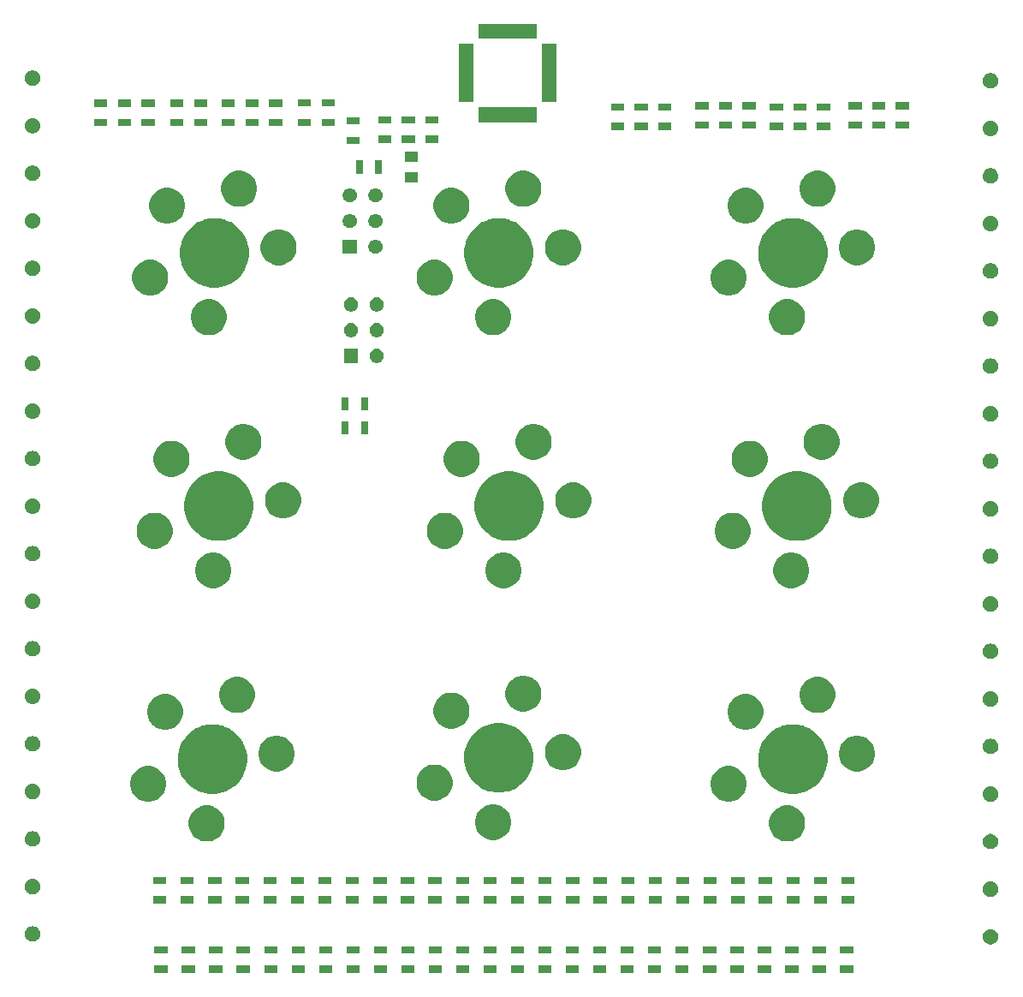
<source format=gts>
G04 #@! TF.GenerationSoftware,KiCad,Pcbnew,5.0.0-fee4fd1~66~ubuntu18.04.1*
G04 #@! TF.CreationDate,2018-11-16T02:20:25-05:00*
G04 #@! TF.ProjectId,plugboard,706C7567626F6172642E6B696361645F,rev?*
G04 #@! TF.SameCoordinates,Original*
G04 #@! TF.FileFunction,Soldermask,Top*
G04 #@! TF.FilePolarity,Negative*
%FSLAX46Y46*%
G04 Gerber Fmt 4.6, Leading zero omitted, Abs format (unit mm)*
G04 Created by KiCad (PCBNEW 5.0.0-fee4fd1~66~ubuntu18.04.1) date Fri Nov 16 02:20:25 2018*
%MOMM*%
%LPD*%
G01*
G04 APERTURE LIST*
%ADD10C,0.100000*%
G04 APERTURE END LIST*
D10*
G36*
X173878000Y-177322000D02*
X172578000Y-177322000D01*
X172578000Y-176622000D01*
X173878000Y-176622000D01*
X173878000Y-177322000D01*
X173878000Y-177322000D01*
G37*
G36*
X138612640Y-177322000D02*
X137312640Y-177322000D01*
X137312640Y-176622000D01*
X138612640Y-176622000D01*
X138612640Y-177322000D01*
X138612640Y-177322000D01*
G37*
G36*
X106060000Y-177322000D02*
X104760000Y-177322000D01*
X104760000Y-176622000D01*
X106060000Y-176622000D01*
X106060000Y-177322000D01*
X106060000Y-177322000D01*
G37*
G36*
X108772720Y-177322000D02*
X107472720Y-177322000D01*
X107472720Y-176622000D01*
X108772720Y-176622000D01*
X108772720Y-177322000D01*
X108772720Y-177322000D01*
G37*
G36*
X111485440Y-177322000D02*
X110185440Y-177322000D01*
X110185440Y-176622000D01*
X111485440Y-176622000D01*
X111485440Y-177322000D01*
X111485440Y-177322000D01*
G37*
G36*
X114198160Y-177322000D02*
X112898160Y-177322000D01*
X112898160Y-176622000D01*
X114198160Y-176622000D01*
X114198160Y-177322000D01*
X114198160Y-177322000D01*
G37*
G36*
X116910880Y-177322000D02*
X115610880Y-177322000D01*
X115610880Y-176622000D01*
X116910880Y-176622000D01*
X116910880Y-177322000D01*
X116910880Y-177322000D01*
G37*
G36*
X119623600Y-177322000D02*
X118323600Y-177322000D01*
X118323600Y-176622000D01*
X119623600Y-176622000D01*
X119623600Y-177322000D01*
X119623600Y-177322000D01*
G37*
G36*
X122336320Y-177322000D02*
X121036320Y-177322000D01*
X121036320Y-176622000D01*
X122336320Y-176622000D01*
X122336320Y-177322000D01*
X122336320Y-177322000D01*
G37*
G36*
X125049040Y-177322000D02*
X123749040Y-177322000D01*
X123749040Y-176622000D01*
X125049040Y-176622000D01*
X125049040Y-177322000D01*
X125049040Y-177322000D01*
G37*
G36*
X127761760Y-177322000D02*
X126461760Y-177322000D01*
X126461760Y-176622000D01*
X127761760Y-176622000D01*
X127761760Y-177322000D01*
X127761760Y-177322000D01*
G37*
G36*
X130474480Y-177322000D02*
X129174480Y-177322000D01*
X129174480Y-176622000D01*
X130474480Y-176622000D01*
X130474480Y-177322000D01*
X130474480Y-177322000D01*
G37*
G36*
X133187200Y-177322000D02*
X131887200Y-177322000D01*
X131887200Y-176622000D01*
X133187200Y-176622000D01*
X133187200Y-177322000D01*
X133187200Y-177322000D01*
G37*
G36*
X135899920Y-177322000D02*
X134599920Y-177322000D01*
X134599920Y-176622000D01*
X135899920Y-176622000D01*
X135899920Y-177322000D01*
X135899920Y-177322000D01*
G37*
G36*
X144038080Y-177322000D02*
X142738080Y-177322000D01*
X142738080Y-176622000D01*
X144038080Y-176622000D01*
X144038080Y-177322000D01*
X144038080Y-177322000D01*
G37*
G36*
X141325360Y-177322000D02*
X140025360Y-177322000D01*
X140025360Y-176622000D01*
X141325360Y-176622000D01*
X141325360Y-177322000D01*
X141325360Y-177322000D01*
G37*
G36*
X171165280Y-177322000D02*
X169865280Y-177322000D01*
X169865280Y-176622000D01*
X171165280Y-176622000D01*
X171165280Y-177322000D01*
X171165280Y-177322000D01*
G37*
G36*
X168452560Y-177322000D02*
X167152560Y-177322000D01*
X167152560Y-176622000D01*
X168452560Y-176622000D01*
X168452560Y-177322000D01*
X168452560Y-177322000D01*
G37*
G36*
X165739840Y-177322000D02*
X164439840Y-177322000D01*
X164439840Y-176622000D01*
X165739840Y-176622000D01*
X165739840Y-177322000D01*
X165739840Y-177322000D01*
G37*
G36*
X163027120Y-177322000D02*
X161727120Y-177322000D01*
X161727120Y-176622000D01*
X163027120Y-176622000D01*
X163027120Y-177322000D01*
X163027120Y-177322000D01*
G37*
G36*
X160314400Y-177322000D02*
X159014400Y-177322000D01*
X159014400Y-176622000D01*
X160314400Y-176622000D01*
X160314400Y-177322000D01*
X160314400Y-177322000D01*
G37*
G36*
X154888960Y-177322000D02*
X153588960Y-177322000D01*
X153588960Y-176622000D01*
X154888960Y-176622000D01*
X154888960Y-177322000D01*
X154888960Y-177322000D01*
G37*
G36*
X152176240Y-177322000D02*
X150876240Y-177322000D01*
X150876240Y-176622000D01*
X152176240Y-176622000D01*
X152176240Y-177322000D01*
X152176240Y-177322000D01*
G37*
G36*
X149463520Y-177322000D02*
X148163520Y-177322000D01*
X148163520Y-176622000D01*
X149463520Y-176622000D01*
X149463520Y-177322000D01*
X149463520Y-177322000D01*
G37*
G36*
X146750800Y-177322000D02*
X145450800Y-177322000D01*
X145450800Y-176622000D01*
X146750800Y-176622000D01*
X146750800Y-177322000D01*
X146750800Y-177322000D01*
G37*
G36*
X157601680Y-177322000D02*
X156301680Y-177322000D01*
X156301680Y-176622000D01*
X157601680Y-176622000D01*
X157601680Y-177322000D01*
X157601680Y-177322000D01*
G37*
G36*
X163027120Y-175422000D02*
X161727120Y-175422000D01*
X161727120Y-174722000D01*
X163027120Y-174722000D01*
X163027120Y-175422000D01*
X163027120Y-175422000D01*
G37*
G36*
X130474480Y-175422000D02*
X129174480Y-175422000D01*
X129174480Y-174722000D01*
X130474480Y-174722000D01*
X130474480Y-175422000D01*
X130474480Y-175422000D01*
G37*
G36*
X133187200Y-175422000D02*
X131887200Y-175422000D01*
X131887200Y-174722000D01*
X133187200Y-174722000D01*
X133187200Y-175422000D01*
X133187200Y-175422000D01*
G37*
G36*
X160314400Y-175422000D02*
X159014400Y-175422000D01*
X159014400Y-174722000D01*
X160314400Y-174722000D01*
X160314400Y-175422000D01*
X160314400Y-175422000D01*
G37*
G36*
X135899920Y-175422000D02*
X134599920Y-175422000D01*
X134599920Y-174722000D01*
X135899920Y-174722000D01*
X135899920Y-175422000D01*
X135899920Y-175422000D01*
G37*
G36*
X138612640Y-175422000D02*
X137312640Y-175422000D01*
X137312640Y-174722000D01*
X138612640Y-174722000D01*
X138612640Y-175422000D01*
X138612640Y-175422000D01*
G37*
G36*
X141325360Y-175422000D02*
X140025360Y-175422000D01*
X140025360Y-174722000D01*
X141325360Y-174722000D01*
X141325360Y-175422000D01*
X141325360Y-175422000D01*
G37*
G36*
X157601680Y-175422000D02*
X156301680Y-175422000D01*
X156301680Y-174722000D01*
X157601680Y-174722000D01*
X157601680Y-175422000D01*
X157601680Y-175422000D01*
G37*
G36*
X144038080Y-175422000D02*
X142738080Y-175422000D01*
X142738080Y-174722000D01*
X144038080Y-174722000D01*
X144038080Y-175422000D01*
X144038080Y-175422000D01*
G37*
G36*
X146750800Y-175422000D02*
X145450800Y-175422000D01*
X145450800Y-174722000D01*
X146750800Y-174722000D01*
X146750800Y-175422000D01*
X146750800Y-175422000D01*
G37*
G36*
X149463520Y-175422000D02*
X148163520Y-175422000D01*
X148163520Y-174722000D01*
X149463520Y-174722000D01*
X149463520Y-175422000D01*
X149463520Y-175422000D01*
G37*
G36*
X154888960Y-175422000D02*
X153588960Y-175422000D01*
X153588960Y-174722000D01*
X154888960Y-174722000D01*
X154888960Y-175422000D01*
X154888960Y-175422000D01*
G37*
G36*
X152176240Y-175422000D02*
X150876240Y-175422000D01*
X150876240Y-174722000D01*
X152176240Y-174722000D01*
X152176240Y-175422000D01*
X152176240Y-175422000D01*
G37*
G36*
X165739840Y-175422000D02*
X164439840Y-175422000D01*
X164439840Y-174722000D01*
X165739840Y-174722000D01*
X165739840Y-175422000D01*
X165739840Y-175422000D01*
G37*
G36*
X125049040Y-175422000D02*
X123749040Y-175422000D01*
X123749040Y-174722000D01*
X125049040Y-174722000D01*
X125049040Y-175422000D01*
X125049040Y-175422000D01*
G37*
G36*
X127761760Y-175422000D02*
X126461760Y-175422000D01*
X126461760Y-174722000D01*
X127761760Y-174722000D01*
X127761760Y-175422000D01*
X127761760Y-175422000D01*
G37*
G36*
X122336320Y-175422000D02*
X121036320Y-175422000D01*
X121036320Y-174722000D01*
X122336320Y-174722000D01*
X122336320Y-175422000D01*
X122336320Y-175422000D01*
G37*
G36*
X119623600Y-175422000D02*
X118323600Y-175422000D01*
X118323600Y-174722000D01*
X119623600Y-174722000D01*
X119623600Y-175422000D01*
X119623600Y-175422000D01*
G37*
G36*
X168452560Y-175422000D02*
X167152560Y-175422000D01*
X167152560Y-174722000D01*
X168452560Y-174722000D01*
X168452560Y-175422000D01*
X168452560Y-175422000D01*
G37*
G36*
X116910880Y-175422000D02*
X115610880Y-175422000D01*
X115610880Y-174722000D01*
X116910880Y-174722000D01*
X116910880Y-175422000D01*
X116910880Y-175422000D01*
G37*
G36*
X114198160Y-175422000D02*
X112898160Y-175422000D01*
X112898160Y-174722000D01*
X114198160Y-174722000D01*
X114198160Y-175422000D01*
X114198160Y-175422000D01*
G37*
G36*
X173878000Y-175422000D02*
X172578000Y-175422000D01*
X172578000Y-174722000D01*
X173878000Y-174722000D01*
X173878000Y-175422000D01*
X173878000Y-175422000D01*
G37*
G36*
X111485440Y-175422000D02*
X110185440Y-175422000D01*
X110185440Y-174722000D01*
X111485440Y-174722000D01*
X111485440Y-175422000D01*
X111485440Y-175422000D01*
G37*
G36*
X171165280Y-175422000D02*
X169865280Y-175422000D01*
X169865280Y-174722000D01*
X171165280Y-174722000D01*
X171165280Y-175422000D01*
X171165280Y-175422000D01*
G37*
G36*
X108772720Y-175422000D02*
X107472720Y-175422000D01*
X107472720Y-174722000D01*
X108772720Y-174722000D01*
X108772720Y-175422000D01*
X108772720Y-175422000D01*
G37*
G36*
X106060000Y-175422000D02*
X104760000Y-175422000D01*
X104760000Y-174722000D01*
X106060000Y-174722000D01*
X106060000Y-175422000D01*
X106060000Y-175422000D01*
G37*
G36*
X187588636Y-173002250D02*
X187674267Y-173019283D01*
X187812942Y-173076724D01*
X187937750Y-173160118D01*
X188043882Y-173266250D01*
X188127276Y-173391058D01*
X188184717Y-173529734D01*
X188214000Y-173676948D01*
X188214000Y-173827052D01*
X188184717Y-173974266D01*
X188127276Y-174112942D01*
X188043882Y-174237750D01*
X187937750Y-174343882D01*
X187937747Y-174343884D01*
X187812942Y-174427276D01*
X187674267Y-174484717D01*
X187625195Y-174494478D01*
X187527052Y-174514000D01*
X187376948Y-174514000D01*
X187278805Y-174494478D01*
X187229733Y-174484717D01*
X187091058Y-174427276D01*
X186966253Y-174343884D01*
X186966250Y-174343882D01*
X186860118Y-174237750D01*
X186776724Y-174112942D01*
X186719283Y-173974266D01*
X186690000Y-173827052D01*
X186690000Y-173676948D01*
X186719283Y-173529734D01*
X186776724Y-173391058D01*
X186860118Y-173266250D01*
X186966250Y-173160118D01*
X187091058Y-173076724D01*
X187229733Y-173019283D01*
X187315364Y-173002250D01*
X187376948Y-172990000D01*
X187527052Y-172990000D01*
X187588636Y-173002250D01*
X187588636Y-173002250D01*
G37*
G36*
X92883195Y-172745522D02*
X92932267Y-172755283D01*
X93070942Y-172812724D01*
X93195750Y-172896118D01*
X93301882Y-173002250D01*
X93385276Y-173127058D01*
X93442717Y-173265734D01*
X93472000Y-173412948D01*
X93472000Y-173563052D01*
X93442717Y-173710266D01*
X93385276Y-173848942D01*
X93301882Y-173973750D01*
X93195750Y-174079882D01*
X93195747Y-174079884D01*
X93070942Y-174163276D01*
X92932267Y-174220717D01*
X92883195Y-174230478D01*
X92785052Y-174250000D01*
X92634948Y-174250000D01*
X92536805Y-174230478D01*
X92487733Y-174220717D01*
X92349058Y-174163276D01*
X92224253Y-174079884D01*
X92224250Y-174079882D01*
X92118118Y-173973750D01*
X92034724Y-173848942D01*
X91977283Y-173710266D01*
X91948000Y-173563052D01*
X91948000Y-173412948D01*
X91977283Y-173265734D01*
X92034724Y-173127058D01*
X92118118Y-173002250D01*
X92224250Y-172896118D01*
X92349058Y-172812724D01*
X92487733Y-172755283D01*
X92536805Y-172745522D01*
X92634948Y-172726000D01*
X92785052Y-172726000D01*
X92883195Y-172745522D01*
X92883195Y-172745522D01*
G37*
G36*
X111378760Y-170456662D02*
X110078760Y-170456662D01*
X110078760Y-169756662D01*
X111378760Y-169756662D01*
X111378760Y-170456662D01*
X111378760Y-170456662D01*
G37*
G36*
X152221960Y-170456662D02*
X150921960Y-170456662D01*
X150921960Y-169756662D01*
X152221960Y-169756662D01*
X152221960Y-170456662D01*
X152221960Y-170456662D01*
G37*
G36*
X108655880Y-170456662D02*
X107355880Y-170456662D01*
X107355880Y-169756662D01*
X108655880Y-169756662D01*
X108655880Y-170456662D01*
X108655880Y-170456662D01*
G37*
G36*
X105933000Y-170456662D02*
X104633000Y-170456662D01*
X104633000Y-169756662D01*
X105933000Y-169756662D01*
X105933000Y-170456662D01*
X105933000Y-170456662D01*
G37*
G36*
X154944840Y-170456662D02*
X153644840Y-170456662D01*
X153644840Y-169756662D01*
X154944840Y-169756662D01*
X154944840Y-170456662D01*
X154944840Y-170456662D01*
G37*
G36*
X149499080Y-170456662D02*
X148199080Y-170456662D01*
X148199080Y-169756662D01*
X149499080Y-169756662D01*
X149499080Y-170456662D01*
X149499080Y-170456662D01*
G37*
G36*
X163113480Y-170456662D02*
X161813480Y-170456662D01*
X161813480Y-169756662D01*
X163113480Y-169756662D01*
X163113480Y-170456662D01*
X163113480Y-170456662D01*
G37*
G36*
X165836360Y-170456662D02*
X164536360Y-170456662D01*
X164536360Y-169756662D01*
X165836360Y-169756662D01*
X165836360Y-170456662D01*
X165836360Y-170456662D01*
G37*
G36*
X171282120Y-170456662D02*
X169982120Y-170456662D01*
X169982120Y-169756662D01*
X171282120Y-169756662D01*
X171282120Y-170456662D01*
X171282120Y-170456662D01*
G37*
G36*
X174005000Y-170456662D02*
X172705000Y-170456662D01*
X172705000Y-169756662D01*
X174005000Y-169756662D01*
X174005000Y-170456662D01*
X174005000Y-170456662D01*
G37*
G36*
X146776200Y-170456662D02*
X145476200Y-170456662D01*
X145476200Y-169756662D01*
X146776200Y-169756662D01*
X146776200Y-170456662D01*
X146776200Y-170456662D01*
G37*
G36*
X144053320Y-170456662D02*
X142753320Y-170456662D01*
X142753320Y-169756662D01*
X144053320Y-169756662D01*
X144053320Y-170456662D01*
X144053320Y-170456662D01*
G37*
G36*
X168559240Y-170456662D02*
X167259240Y-170456662D01*
X167259240Y-169756662D01*
X168559240Y-169756662D01*
X168559240Y-170456662D01*
X168559240Y-170456662D01*
G37*
G36*
X157667720Y-170456662D02*
X156367720Y-170456662D01*
X156367720Y-169756662D01*
X157667720Y-169756662D01*
X157667720Y-170456662D01*
X157667720Y-170456662D01*
G37*
G36*
X119547400Y-170456662D02*
X118247400Y-170456662D01*
X118247400Y-169756662D01*
X119547400Y-169756662D01*
X119547400Y-170456662D01*
X119547400Y-170456662D01*
G37*
G36*
X116824520Y-170456662D02*
X115524520Y-170456662D01*
X115524520Y-169756662D01*
X116824520Y-169756662D01*
X116824520Y-170456662D01*
X116824520Y-170456662D01*
G37*
G36*
X122270280Y-170456662D02*
X120970280Y-170456662D01*
X120970280Y-169756662D01*
X122270280Y-169756662D01*
X122270280Y-170456662D01*
X122270280Y-170456662D01*
G37*
G36*
X124993160Y-170456662D02*
X123693160Y-170456662D01*
X123693160Y-169756662D01*
X124993160Y-169756662D01*
X124993160Y-170456662D01*
X124993160Y-170456662D01*
G37*
G36*
X135884680Y-170456662D02*
X134584680Y-170456662D01*
X134584680Y-169756662D01*
X135884680Y-169756662D01*
X135884680Y-170456662D01*
X135884680Y-170456662D01*
G37*
G36*
X127716040Y-170456662D02*
X126416040Y-170456662D01*
X126416040Y-169756662D01*
X127716040Y-169756662D01*
X127716040Y-170456662D01*
X127716040Y-170456662D01*
G37*
G36*
X138607560Y-170456662D02*
X137307560Y-170456662D01*
X137307560Y-169756662D01*
X138607560Y-169756662D01*
X138607560Y-170456662D01*
X138607560Y-170456662D01*
G37*
G36*
X130438920Y-170456662D02*
X129138920Y-170456662D01*
X129138920Y-169756662D01*
X130438920Y-169756662D01*
X130438920Y-170456662D01*
X130438920Y-170456662D01*
G37*
G36*
X141330440Y-170456662D02*
X140030440Y-170456662D01*
X140030440Y-169756662D01*
X141330440Y-169756662D01*
X141330440Y-170456662D01*
X141330440Y-170456662D01*
G37*
G36*
X160390600Y-170456662D02*
X159090600Y-170456662D01*
X159090600Y-169756662D01*
X160390600Y-169756662D01*
X160390600Y-170456662D01*
X160390600Y-170456662D01*
G37*
G36*
X114101640Y-170456662D02*
X112801640Y-170456662D01*
X112801640Y-169756662D01*
X114101640Y-169756662D01*
X114101640Y-170456662D01*
X114101640Y-170456662D01*
G37*
G36*
X133161800Y-170456662D02*
X131861800Y-170456662D01*
X131861800Y-169756662D01*
X133161800Y-169756662D01*
X133161800Y-170456662D01*
X133161800Y-170456662D01*
G37*
G36*
X187588636Y-168302250D02*
X187674267Y-168319283D01*
X187812942Y-168376724D01*
X187937750Y-168460118D01*
X188043882Y-168566250D01*
X188127276Y-168691058D01*
X188184717Y-168829734D01*
X188214000Y-168976948D01*
X188214000Y-169127052D01*
X188184717Y-169274266D01*
X188127276Y-169412942D01*
X188043882Y-169537750D01*
X187937750Y-169643882D01*
X187937747Y-169643884D01*
X187812942Y-169727276D01*
X187674267Y-169784717D01*
X187625195Y-169794478D01*
X187527052Y-169814000D01*
X187376948Y-169814000D01*
X187278805Y-169794478D01*
X187229733Y-169784717D01*
X187091058Y-169727276D01*
X186966253Y-169643884D01*
X186966250Y-169643882D01*
X186860118Y-169537750D01*
X186776724Y-169412942D01*
X186719283Y-169274266D01*
X186690000Y-169127052D01*
X186690000Y-168976948D01*
X186719283Y-168829734D01*
X186776724Y-168691058D01*
X186860118Y-168566250D01*
X186966250Y-168460118D01*
X187091058Y-168376724D01*
X187229733Y-168319283D01*
X187315364Y-168302250D01*
X187376948Y-168290000D01*
X187527052Y-168290000D01*
X187588636Y-168302250D01*
X187588636Y-168302250D01*
G37*
G36*
X92883195Y-168045522D02*
X92932267Y-168055283D01*
X93070942Y-168112724D01*
X93195750Y-168196118D01*
X93301882Y-168302250D01*
X93301884Y-168302253D01*
X93385276Y-168427058D01*
X93438960Y-168556662D01*
X93442717Y-168565734D01*
X93472000Y-168712948D01*
X93472000Y-168863052D01*
X93442717Y-169010266D01*
X93385276Y-169148942D01*
X93301882Y-169273750D01*
X93195750Y-169379882D01*
X93195747Y-169379884D01*
X93070942Y-169463276D01*
X92932267Y-169520717D01*
X92883195Y-169530478D01*
X92785052Y-169550000D01*
X92634948Y-169550000D01*
X92536805Y-169530478D01*
X92487733Y-169520717D01*
X92349058Y-169463276D01*
X92224253Y-169379884D01*
X92224250Y-169379882D01*
X92118118Y-169273750D01*
X92034724Y-169148942D01*
X91977283Y-169010266D01*
X91948000Y-168863052D01*
X91948000Y-168712948D01*
X91977283Y-168565734D01*
X91981041Y-168556662D01*
X92034724Y-168427058D01*
X92118116Y-168302253D01*
X92118118Y-168302250D01*
X92224250Y-168196118D01*
X92349058Y-168112724D01*
X92487733Y-168055283D01*
X92536805Y-168045522D01*
X92634948Y-168026000D01*
X92785052Y-168026000D01*
X92883195Y-168045522D01*
X92883195Y-168045522D01*
G37*
G36*
X174005000Y-168556662D02*
X172705000Y-168556662D01*
X172705000Y-167856662D01*
X174005000Y-167856662D01*
X174005000Y-168556662D01*
X174005000Y-168556662D01*
G37*
G36*
X171282120Y-168556662D02*
X169982120Y-168556662D01*
X169982120Y-167856662D01*
X171282120Y-167856662D01*
X171282120Y-168556662D01*
X171282120Y-168556662D01*
G37*
G36*
X168559240Y-168556662D02*
X167259240Y-168556662D01*
X167259240Y-167856662D01*
X168559240Y-167856662D01*
X168559240Y-168556662D01*
X168559240Y-168556662D01*
G37*
G36*
X165836360Y-168556662D02*
X164536360Y-168556662D01*
X164536360Y-167856662D01*
X165836360Y-167856662D01*
X165836360Y-168556662D01*
X165836360Y-168556662D01*
G37*
G36*
X163113480Y-168556662D02*
X161813480Y-168556662D01*
X161813480Y-167856662D01*
X163113480Y-167856662D01*
X163113480Y-168556662D01*
X163113480Y-168556662D01*
G37*
G36*
X160390600Y-168556662D02*
X159090600Y-168556662D01*
X159090600Y-167856662D01*
X160390600Y-167856662D01*
X160390600Y-168556662D01*
X160390600Y-168556662D01*
G37*
G36*
X157667720Y-168556662D02*
X156367720Y-168556662D01*
X156367720Y-167856662D01*
X157667720Y-167856662D01*
X157667720Y-168556662D01*
X157667720Y-168556662D01*
G37*
G36*
X154944840Y-168556662D02*
X153644840Y-168556662D01*
X153644840Y-167856662D01*
X154944840Y-167856662D01*
X154944840Y-168556662D01*
X154944840Y-168556662D01*
G37*
G36*
X152221960Y-168556662D02*
X150921960Y-168556662D01*
X150921960Y-167856662D01*
X152221960Y-167856662D01*
X152221960Y-168556662D01*
X152221960Y-168556662D01*
G37*
G36*
X149499080Y-168556662D02*
X148199080Y-168556662D01*
X148199080Y-167856662D01*
X149499080Y-167856662D01*
X149499080Y-168556662D01*
X149499080Y-168556662D01*
G37*
G36*
X146776200Y-168556662D02*
X145476200Y-168556662D01*
X145476200Y-167856662D01*
X146776200Y-167856662D01*
X146776200Y-168556662D01*
X146776200Y-168556662D01*
G37*
G36*
X144053320Y-168556662D02*
X142753320Y-168556662D01*
X142753320Y-167856662D01*
X144053320Y-167856662D01*
X144053320Y-168556662D01*
X144053320Y-168556662D01*
G37*
G36*
X138607560Y-168556662D02*
X137307560Y-168556662D01*
X137307560Y-167856662D01*
X138607560Y-167856662D01*
X138607560Y-168556662D01*
X138607560Y-168556662D01*
G37*
G36*
X141330440Y-168556662D02*
X140030440Y-168556662D01*
X140030440Y-167856662D01*
X141330440Y-167856662D01*
X141330440Y-168556662D01*
X141330440Y-168556662D01*
G37*
G36*
X135884680Y-168556662D02*
X134584680Y-168556662D01*
X134584680Y-167856662D01*
X135884680Y-167856662D01*
X135884680Y-168556662D01*
X135884680Y-168556662D01*
G37*
G36*
X124993160Y-168556662D02*
X123693160Y-168556662D01*
X123693160Y-167856662D01*
X124993160Y-167856662D01*
X124993160Y-168556662D01*
X124993160Y-168556662D01*
G37*
G36*
X105933000Y-168556662D02*
X104633000Y-168556662D01*
X104633000Y-167856662D01*
X105933000Y-167856662D01*
X105933000Y-168556662D01*
X105933000Y-168556662D01*
G37*
G36*
X108655880Y-168556662D02*
X107355880Y-168556662D01*
X107355880Y-167856662D01*
X108655880Y-167856662D01*
X108655880Y-168556662D01*
X108655880Y-168556662D01*
G37*
G36*
X111378760Y-168556662D02*
X110078760Y-168556662D01*
X110078760Y-167856662D01*
X111378760Y-167856662D01*
X111378760Y-168556662D01*
X111378760Y-168556662D01*
G37*
G36*
X114101640Y-168556662D02*
X112801640Y-168556662D01*
X112801640Y-167856662D01*
X114101640Y-167856662D01*
X114101640Y-168556662D01*
X114101640Y-168556662D01*
G37*
G36*
X116824520Y-168556662D02*
X115524520Y-168556662D01*
X115524520Y-167856662D01*
X116824520Y-167856662D01*
X116824520Y-168556662D01*
X116824520Y-168556662D01*
G37*
G36*
X119547400Y-168556662D02*
X118247400Y-168556662D01*
X118247400Y-167856662D01*
X119547400Y-167856662D01*
X119547400Y-168556662D01*
X119547400Y-168556662D01*
G37*
G36*
X122270280Y-168556662D02*
X120970280Y-168556662D01*
X120970280Y-167856662D01*
X122270280Y-167856662D01*
X122270280Y-168556662D01*
X122270280Y-168556662D01*
G37*
G36*
X127716040Y-168556662D02*
X126416040Y-168556662D01*
X126416040Y-167856662D01*
X127716040Y-167856662D01*
X127716040Y-168556662D01*
X127716040Y-168556662D01*
G37*
G36*
X130438920Y-168556662D02*
X129138920Y-168556662D01*
X129138920Y-167856662D01*
X130438920Y-167856662D01*
X130438920Y-168556662D01*
X130438920Y-168556662D01*
G37*
G36*
X133161800Y-168556662D02*
X131861800Y-168556662D01*
X131861800Y-167856662D01*
X133161800Y-167856662D01*
X133161800Y-168556662D01*
X133161800Y-168556662D01*
G37*
G36*
X187588636Y-163602250D02*
X187674267Y-163619283D01*
X187812942Y-163676724D01*
X187937750Y-163760118D01*
X188043882Y-163866250D01*
X188043884Y-163866253D01*
X188127276Y-163991058D01*
X188184717Y-164129733D01*
X188185893Y-164135644D01*
X188214000Y-164276948D01*
X188214000Y-164427052D01*
X188184717Y-164574266D01*
X188127276Y-164712942D01*
X188043882Y-164837750D01*
X187937750Y-164943882D01*
X187937747Y-164943884D01*
X187812942Y-165027276D01*
X187674267Y-165084717D01*
X187625195Y-165094478D01*
X187527052Y-165114000D01*
X187376948Y-165114000D01*
X187278805Y-165094478D01*
X187229733Y-165084717D01*
X187091058Y-165027276D01*
X186966253Y-164943884D01*
X186966250Y-164943882D01*
X186860118Y-164837750D01*
X186776724Y-164712942D01*
X186719283Y-164574266D01*
X186690000Y-164427052D01*
X186690000Y-164276948D01*
X186718107Y-164135644D01*
X186719283Y-164129733D01*
X186776724Y-163991058D01*
X186860116Y-163866253D01*
X186860118Y-163866250D01*
X186966250Y-163760118D01*
X187091058Y-163676724D01*
X187229733Y-163619283D01*
X187315364Y-163602250D01*
X187376948Y-163590000D01*
X187527052Y-163590000D01*
X187588636Y-163602250D01*
X187588636Y-163602250D01*
G37*
G36*
X92883195Y-163345522D02*
X92932267Y-163355283D01*
X93045530Y-163402198D01*
X93070942Y-163412724D01*
X93195750Y-163496118D01*
X93301882Y-163602250D01*
X93301884Y-163602253D01*
X93385276Y-163727058D01*
X93421315Y-163814063D01*
X93442717Y-163865734D01*
X93471144Y-164008644D01*
X93472000Y-164012950D01*
X93472000Y-164163050D01*
X93442717Y-164310267D01*
X93394344Y-164427050D01*
X93385276Y-164448942D01*
X93301882Y-164573750D01*
X93195750Y-164679882D01*
X93195747Y-164679884D01*
X93070942Y-164763276D01*
X92932267Y-164820717D01*
X92883195Y-164830478D01*
X92785052Y-164850000D01*
X92634948Y-164850000D01*
X92536805Y-164830478D01*
X92487733Y-164820717D01*
X92349058Y-164763276D01*
X92224253Y-164679884D01*
X92224250Y-164679882D01*
X92118118Y-164573750D01*
X92034724Y-164448942D01*
X92025656Y-164427050D01*
X91977283Y-164310267D01*
X91948000Y-164163050D01*
X91948000Y-164012950D01*
X91948857Y-164008644D01*
X91977283Y-163865734D01*
X91998686Y-163814063D01*
X92034724Y-163727058D01*
X92118116Y-163602253D01*
X92118118Y-163602250D01*
X92224250Y-163496118D01*
X92349058Y-163412724D01*
X92374470Y-163402198D01*
X92487733Y-163355283D01*
X92536805Y-163345522D01*
X92634948Y-163326000D01*
X92785052Y-163326000D01*
X92883195Y-163345522D01*
X92883195Y-163345522D01*
G37*
G36*
X167853823Y-160850327D02*
X168177398Y-160984356D01*
X168468612Y-161178939D01*
X168716261Y-161426588D01*
X168910844Y-161717802D01*
X169044873Y-162041377D01*
X169113200Y-162384881D01*
X169113200Y-162735119D01*
X169044873Y-163078623D01*
X168910844Y-163402198D01*
X168716261Y-163693412D01*
X168468612Y-163941061D01*
X168177398Y-164135644D01*
X167853823Y-164269673D01*
X167510319Y-164338000D01*
X167160081Y-164338000D01*
X166816577Y-164269673D01*
X166493002Y-164135644D01*
X166201788Y-163941061D01*
X165954139Y-163693412D01*
X165759556Y-163402198D01*
X165625527Y-163078623D01*
X165557200Y-162735119D01*
X165557200Y-162384881D01*
X165625527Y-162041377D01*
X165759556Y-161717802D01*
X165954139Y-161426588D01*
X166201788Y-161178939D01*
X166493002Y-160984356D01*
X166816577Y-160850327D01*
X167160081Y-160782000D01*
X167510319Y-160782000D01*
X167853823Y-160850327D01*
X167853823Y-160850327D01*
G37*
G36*
X110449823Y-160850327D02*
X110773398Y-160984356D01*
X111064612Y-161178939D01*
X111312261Y-161426588D01*
X111506844Y-161717802D01*
X111640873Y-162041377D01*
X111709200Y-162384881D01*
X111709200Y-162735119D01*
X111640873Y-163078623D01*
X111506844Y-163402198D01*
X111312261Y-163693412D01*
X111064612Y-163941061D01*
X110773398Y-164135644D01*
X110449823Y-164269673D01*
X110106319Y-164338000D01*
X109756081Y-164338000D01*
X109412577Y-164269673D01*
X109089002Y-164135644D01*
X108797788Y-163941061D01*
X108550139Y-163693412D01*
X108355556Y-163402198D01*
X108221527Y-163078623D01*
X108153200Y-162735119D01*
X108153200Y-162384881D01*
X108221527Y-162041377D01*
X108355556Y-161717802D01*
X108550139Y-161426588D01*
X108797788Y-161178939D01*
X109089002Y-160984356D01*
X109412577Y-160850327D01*
X109756081Y-160782000D01*
X110106319Y-160782000D01*
X110449823Y-160850327D01*
X110449823Y-160850327D01*
G37*
G36*
X138770823Y-160723327D02*
X139094398Y-160857356D01*
X139385612Y-161051939D01*
X139633261Y-161299588D01*
X139827844Y-161590802D01*
X139961873Y-161914377D01*
X140030200Y-162257881D01*
X140030200Y-162608119D01*
X139961873Y-162951623D01*
X139827844Y-163275198D01*
X139633261Y-163566412D01*
X139385612Y-163814061D01*
X139094398Y-164008644D01*
X138770823Y-164142673D01*
X138427319Y-164211000D01*
X138077081Y-164211000D01*
X137733577Y-164142673D01*
X137410002Y-164008644D01*
X137118788Y-163814061D01*
X136871139Y-163566412D01*
X136676556Y-163275198D01*
X136542527Y-162951623D01*
X136474200Y-162608119D01*
X136474200Y-162257881D01*
X136542527Y-161914377D01*
X136676556Y-161590802D01*
X136871139Y-161299588D01*
X137118788Y-161051939D01*
X137410002Y-160857356D01*
X137733577Y-160723327D01*
X138077081Y-160655000D01*
X138427319Y-160655000D01*
X138770823Y-160723327D01*
X138770823Y-160723327D01*
G37*
G36*
X104658623Y-156938727D02*
X104982198Y-157072756D01*
X105273412Y-157267339D01*
X105521061Y-157514988D01*
X105715644Y-157806202D01*
X105849673Y-158129777D01*
X105918000Y-158473281D01*
X105918000Y-158823519D01*
X105849673Y-159167023D01*
X105715644Y-159490598D01*
X105521061Y-159781812D01*
X105273412Y-160029461D01*
X104982198Y-160224044D01*
X104658623Y-160358073D01*
X104315119Y-160426400D01*
X103964881Y-160426400D01*
X103621377Y-160358073D01*
X103297802Y-160224044D01*
X103006588Y-160029461D01*
X102758939Y-159781812D01*
X102564356Y-159490598D01*
X102430327Y-159167023D01*
X102362000Y-158823519D01*
X102362000Y-158473281D01*
X102430327Y-158129777D01*
X102564356Y-157806202D01*
X102758939Y-157514988D01*
X103006588Y-157267339D01*
X103297802Y-157072756D01*
X103621377Y-156938727D01*
X103964881Y-156870400D01*
X104315119Y-156870400D01*
X104658623Y-156938727D01*
X104658623Y-156938727D01*
G37*
G36*
X162062623Y-156938727D02*
X162386198Y-157072756D01*
X162677412Y-157267339D01*
X162925061Y-157514988D01*
X163119644Y-157806202D01*
X163253673Y-158129777D01*
X163322000Y-158473281D01*
X163322000Y-158823519D01*
X163253673Y-159167023D01*
X163119644Y-159490598D01*
X162925061Y-159781812D01*
X162677412Y-160029461D01*
X162386198Y-160224044D01*
X162062623Y-160358073D01*
X161719119Y-160426400D01*
X161368881Y-160426400D01*
X161025377Y-160358073D01*
X160701802Y-160224044D01*
X160410588Y-160029461D01*
X160162939Y-159781812D01*
X159968356Y-159490598D01*
X159834327Y-159167023D01*
X159766000Y-158823519D01*
X159766000Y-158473281D01*
X159834327Y-158129777D01*
X159968356Y-157806202D01*
X160162939Y-157514988D01*
X160410588Y-157267339D01*
X160701802Y-157072756D01*
X161025377Y-156938727D01*
X161368881Y-156870400D01*
X161719119Y-156870400D01*
X162062623Y-156938727D01*
X162062623Y-156938727D01*
G37*
G36*
X187588636Y-158902250D02*
X187674267Y-158919283D01*
X187812942Y-158976724D01*
X187937750Y-159060118D01*
X188043882Y-159166250D01*
X188127276Y-159291058D01*
X188184717Y-159429734D01*
X188214000Y-159576948D01*
X188214000Y-159727052D01*
X188203108Y-159781809D01*
X188184717Y-159874267D01*
X188173038Y-159902463D01*
X188127276Y-160012942D01*
X188043882Y-160137750D01*
X187937750Y-160243882D01*
X187937747Y-160243884D01*
X187812942Y-160327276D01*
X187674267Y-160384717D01*
X187625195Y-160394478D01*
X187527052Y-160414000D01*
X187376948Y-160414000D01*
X187278805Y-160394478D01*
X187229733Y-160384717D01*
X187091058Y-160327276D01*
X186966253Y-160243884D01*
X186966250Y-160243882D01*
X186860118Y-160137750D01*
X186776724Y-160012942D01*
X186730962Y-159902463D01*
X186719283Y-159874267D01*
X186700892Y-159781809D01*
X186690000Y-159727052D01*
X186690000Y-159576948D01*
X186719283Y-159429734D01*
X186776724Y-159291058D01*
X186860118Y-159166250D01*
X186966250Y-159060118D01*
X187091058Y-158976724D01*
X187229733Y-158919283D01*
X187315364Y-158902250D01*
X187376948Y-158890000D01*
X187527052Y-158890000D01*
X187588636Y-158902250D01*
X187588636Y-158902250D01*
G37*
G36*
X132979623Y-156811727D02*
X133303198Y-156945756D01*
X133594412Y-157140339D01*
X133842061Y-157387988D01*
X134036644Y-157679202D01*
X134170673Y-158002777D01*
X134239000Y-158346281D01*
X134239000Y-158696519D01*
X134170673Y-159040023D01*
X134036644Y-159363598D01*
X133842061Y-159654812D01*
X133594412Y-159902461D01*
X133303198Y-160097044D01*
X132979623Y-160231073D01*
X132636119Y-160299400D01*
X132285881Y-160299400D01*
X131942377Y-160231073D01*
X131618802Y-160097044D01*
X131327588Y-159902461D01*
X131079939Y-159654812D01*
X130885356Y-159363598D01*
X130751327Y-159040023D01*
X130683000Y-158696519D01*
X130683000Y-158346281D01*
X130751327Y-158002777D01*
X130885356Y-157679202D01*
X131079939Y-157387988D01*
X131327588Y-157140339D01*
X131618802Y-156945756D01*
X131942377Y-156811727D01*
X132285881Y-156743400D01*
X132636119Y-156743400D01*
X132979623Y-156811727D01*
X132979623Y-156811727D01*
G37*
G36*
X92883195Y-158645522D02*
X92932267Y-158655283D01*
X93070942Y-158712724D01*
X93195750Y-158796118D01*
X93301882Y-158902250D01*
X93301884Y-158902253D01*
X93385276Y-159027058D01*
X93442717Y-159165733D01*
X93452478Y-159214805D01*
X93472000Y-159312948D01*
X93472000Y-159463052D01*
X93442717Y-159610266D01*
X93385276Y-159748942D01*
X93301882Y-159873750D01*
X93195750Y-159979882D01*
X93195747Y-159979884D01*
X93070942Y-160063276D01*
X92932267Y-160120717D01*
X92883195Y-160130478D01*
X92785052Y-160150000D01*
X92634948Y-160150000D01*
X92536805Y-160130478D01*
X92487733Y-160120717D01*
X92349058Y-160063276D01*
X92224253Y-159979884D01*
X92224250Y-159979882D01*
X92118118Y-159873750D01*
X92034724Y-159748942D01*
X91977283Y-159610266D01*
X91948000Y-159463052D01*
X91948000Y-159312948D01*
X91967522Y-159214805D01*
X91977283Y-159165733D01*
X92034724Y-159027058D01*
X92118116Y-158902253D01*
X92118118Y-158902250D01*
X92224250Y-158796118D01*
X92349058Y-158712724D01*
X92487733Y-158655283D01*
X92536805Y-158645522D01*
X92634948Y-158626000D01*
X92785052Y-158626000D01*
X92883195Y-158645522D01*
X92883195Y-158645522D01*
G37*
G36*
X168279301Y-152790463D02*
X168894202Y-152912775D01*
X169152686Y-153019843D01*
X169518239Y-153171259D01*
X170079863Y-153546524D01*
X170557476Y-154024137D01*
X170932741Y-154585761D01*
X171025210Y-154809002D01*
X171191225Y-155209798D01*
X171236567Y-155437747D01*
X171323000Y-155872272D01*
X171323000Y-156547728D01*
X171270487Y-156811727D01*
X171191225Y-157210202D01*
X171117582Y-157387991D01*
X170932741Y-157834239D01*
X170557476Y-158395863D01*
X170079863Y-158873476D01*
X169518239Y-159248741D01*
X169240946Y-159363599D01*
X168894202Y-159507225D01*
X168562965Y-159573112D01*
X168231728Y-159639000D01*
X167556272Y-159639000D01*
X167225035Y-159573112D01*
X166893798Y-159507225D01*
X166547054Y-159363599D01*
X166269761Y-159248741D01*
X165708137Y-158873476D01*
X165230524Y-158395863D01*
X164855259Y-157834239D01*
X164670418Y-157387991D01*
X164596775Y-157210202D01*
X164517513Y-156811727D01*
X164465000Y-156547728D01*
X164465000Y-155872272D01*
X164551433Y-155437747D01*
X164596775Y-155209798D01*
X164762790Y-154809002D01*
X164855259Y-154585761D01*
X165230524Y-154024137D01*
X165708137Y-153546524D01*
X166269761Y-153171259D01*
X166635314Y-153019843D01*
X166893798Y-152912775D01*
X167508699Y-152790463D01*
X167556272Y-152781000D01*
X168231728Y-152781000D01*
X168279301Y-152790463D01*
X168279301Y-152790463D01*
G37*
G36*
X110875301Y-152790463D02*
X111490202Y-152912775D01*
X111748686Y-153019843D01*
X112114239Y-153171259D01*
X112675863Y-153546524D01*
X113153476Y-154024137D01*
X113528741Y-154585761D01*
X113621210Y-154809002D01*
X113787225Y-155209798D01*
X113832567Y-155437747D01*
X113919000Y-155872272D01*
X113919000Y-156547728D01*
X113866487Y-156811727D01*
X113787225Y-157210202D01*
X113713582Y-157387991D01*
X113528741Y-157834239D01*
X113153476Y-158395863D01*
X112675863Y-158873476D01*
X112114239Y-159248741D01*
X111836946Y-159363599D01*
X111490202Y-159507225D01*
X111158965Y-159573112D01*
X110827728Y-159639000D01*
X110152272Y-159639000D01*
X109821035Y-159573112D01*
X109489798Y-159507225D01*
X109143054Y-159363599D01*
X108865761Y-159248741D01*
X108304137Y-158873476D01*
X107826524Y-158395863D01*
X107451259Y-157834239D01*
X107266418Y-157387991D01*
X107192775Y-157210202D01*
X107113513Y-156811727D01*
X107061000Y-156547728D01*
X107061000Y-155872272D01*
X107147433Y-155437747D01*
X107192775Y-155209798D01*
X107358790Y-154809002D01*
X107451259Y-154585761D01*
X107826524Y-154024137D01*
X108304137Y-153546524D01*
X108865761Y-153171259D01*
X109231314Y-153019843D01*
X109489798Y-152912775D01*
X110104699Y-152790463D01*
X110152272Y-152781000D01*
X110827728Y-152781000D01*
X110875301Y-152790463D01*
X110875301Y-152790463D01*
G37*
G36*
X139479965Y-152719888D02*
X139811202Y-152785775D01*
X140069686Y-152892843D01*
X140435239Y-153044259D01*
X140996863Y-153419524D01*
X141474476Y-153897137D01*
X141849741Y-154458761D01*
X141942210Y-154682002D01*
X142108225Y-155082798D01*
X142126419Y-155174266D01*
X142240000Y-155745272D01*
X142240000Y-156420728D01*
X142175816Y-156743400D01*
X142108225Y-157083202D01*
X142045815Y-157233872D01*
X141849741Y-157707239D01*
X141474476Y-158268863D01*
X140996863Y-158746476D01*
X140435239Y-159121741D01*
X140069686Y-159273157D01*
X139811202Y-159380225D01*
X139562309Y-159429733D01*
X139148728Y-159512000D01*
X138473272Y-159512000D01*
X138059691Y-159429733D01*
X137810798Y-159380225D01*
X137552314Y-159273157D01*
X137186761Y-159121741D01*
X136625137Y-158746476D01*
X136147524Y-158268863D01*
X135772259Y-157707239D01*
X135576185Y-157233872D01*
X135513775Y-157083202D01*
X135446184Y-156743400D01*
X135382000Y-156420728D01*
X135382000Y-155745272D01*
X135495581Y-155174266D01*
X135513775Y-155082798D01*
X135679790Y-154682002D01*
X135772259Y-154458761D01*
X136147524Y-153897137D01*
X136625137Y-153419524D01*
X137186761Y-153044259D01*
X137552314Y-152892843D01*
X137810798Y-152785775D01*
X138142035Y-152719888D01*
X138473272Y-152654000D01*
X139148728Y-152654000D01*
X139479965Y-152719888D01*
X139479965Y-152719888D01*
G37*
G36*
X174762623Y-153941527D02*
X175086198Y-154075556D01*
X175377412Y-154270139D01*
X175625061Y-154517788D01*
X175819644Y-154809002D01*
X175953673Y-155132577D01*
X176022000Y-155476081D01*
X176022000Y-155826319D01*
X175953673Y-156169823D01*
X175819644Y-156493398D01*
X175625061Y-156784612D01*
X175377412Y-157032261D01*
X175086198Y-157226844D01*
X174762623Y-157360873D01*
X174419119Y-157429200D01*
X174068881Y-157429200D01*
X173725377Y-157360873D01*
X173401802Y-157226844D01*
X173110588Y-157032261D01*
X172862939Y-156784612D01*
X172668356Y-156493398D01*
X172534327Y-156169823D01*
X172466000Y-155826319D01*
X172466000Y-155476081D01*
X172534327Y-155132577D01*
X172668356Y-154809002D01*
X172862939Y-154517788D01*
X173110588Y-154270139D01*
X173401802Y-154075556D01*
X173725377Y-153941527D01*
X174068881Y-153873200D01*
X174419119Y-153873200D01*
X174762623Y-153941527D01*
X174762623Y-153941527D01*
G37*
G36*
X117358623Y-153941527D02*
X117682198Y-154075556D01*
X117973412Y-154270139D01*
X118221061Y-154517788D01*
X118415644Y-154809002D01*
X118549673Y-155132577D01*
X118618000Y-155476081D01*
X118618000Y-155826319D01*
X118549673Y-156169823D01*
X118415644Y-156493398D01*
X118221061Y-156784612D01*
X117973412Y-157032261D01*
X117682198Y-157226844D01*
X117358623Y-157360873D01*
X117015119Y-157429200D01*
X116664881Y-157429200D01*
X116321377Y-157360873D01*
X115997802Y-157226844D01*
X115706588Y-157032261D01*
X115458939Y-156784612D01*
X115264356Y-156493398D01*
X115130327Y-156169823D01*
X115062000Y-155826319D01*
X115062000Y-155476081D01*
X115130327Y-155132577D01*
X115264356Y-154809002D01*
X115458939Y-154517788D01*
X115706588Y-154270139D01*
X115997802Y-154075556D01*
X116321377Y-153941527D01*
X116664881Y-153873200D01*
X117015119Y-153873200D01*
X117358623Y-153941527D01*
X117358623Y-153941527D01*
G37*
G36*
X145679623Y-153814527D02*
X146003198Y-153948556D01*
X146294412Y-154143139D01*
X146542061Y-154390788D01*
X146736644Y-154682002D01*
X146870673Y-155005577D01*
X146939000Y-155349081D01*
X146939000Y-155699319D01*
X146870673Y-156042823D01*
X146736644Y-156366398D01*
X146542061Y-156657612D01*
X146294412Y-156905261D01*
X146003198Y-157099844D01*
X145679623Y-157233873D01*
X145336119Y-157302200D01*
X144985881Y-157302200D01*
X144642377Y-157233873D01*
X144318802Y-157099844D01*
X144027588Y-156905261D01*
X143779939Y-156657612D01*
X143585356Y-156366398D01*
X143451327Y-156042823D01*
X143383000Y-155699319D01*
X143383000Y-155349081D01*
X143451327Y-155005577D01*
X143585356Y-154682002D01*
X143779939Y-154390788D01*
X144027588Y-154143139D01*
X144318802Y-153948556D01*
X144642377Y-153814527D01*
X144985881Y-153746200D01*
X145336119Y-153746200D01*
X145679623Y-153814527D01*
X145679623Y-153814527D01*
G37*
G36*
X187588636Y-154202250D02*
X187674267Y-154219283D01*
X187797044Y-154270139D01*
X187812942Y-154276724D01*
X187937750Y-154360118D01*
X188043882Y-154466250D01*
X188127276Y-154591058D01*
X188184717Y-154729734D01*
X188214000Y-154876948D01*
X188214000Y-155027052D01*
X188202911Y-155082798D01*
X188184717Y-155174267D01*
X188169999Y-155209799D01*
X188127276Y-155312942D01*
X188043882Y-155437750D01*
X187937750Y-155543882D01*
X187937747Y-155543884D01*
X187812942Y-155627276D01*
X187674267Y-155684717D01*
X187625195Y-155694478D01*
X187527052Y-155714000D01*
X187376948Y-155714000D01*
X187278805Y-155694478D01*
X187229733Y-155684717D01*
X187091058Y-155627276D01*
X186966253Y-155543884D01*
X186966250Y-155543882D01*
X186860118Y-155437750D01*
X186776724Y-155312942D01*
X186734001Y-155209799D01*
X186719283Y-155174267D01*
X186701089Y-155082798D01*
X186690000Y-155027052D01*
X186690000Y-154876948D01*
X186719283Y-154729734D01*
X186776724Y-154591058D01*
X186860118Y-154466250D01*
X186966250Y-154360118D01*
X187091058Y-154276724D01*
X187106956Y-154270139D01*
X187229733Y-154219283D01*
X187315364Y-154202250D01*
X187376948Y-154190000D01*
X187527052Y-154190000D01*
X187588636Y-154202250D01*
X187588636Y-154202250D01*
G37*
G36*
X92883195Y-153945522D02*
X92932267Y-153955283D01*
X93070942Y-154012724D01*
X93195750Y-154096118D01*
X93301882Y-154202250D01*
X93301884Y-154202253D01*
X93385276Y-154327058D01*
X93439829Y-154458760D01*
X93442717Y-154465734D01*
X93472000Y-154612948D01*
X93472000Y-154763052D01*
X93442717Y-154910266D01*
X93385276Y-155048942D01*
X93301882Y-155173750D01*
X93195750Y-155279882D01*
X93195747Y-155279884D01*
X93070942Y-155363276D01*
X92932267Y-155420717D01*
X92883195Y-155430478D01*
X92785052Y-155450000D01*
X92634948Y-155450000D01*
X92536805Y-155430478D01*
X92487733Y-155420717D01*
X92349058Y-155363276D01*
X92224253Y-155279884D01*
X92224250Y-155279882D01*
X92118118Y-155173750D01*
X92034724Y-155048942D01*
X91977283Y-154910266D01*
X91948000Y-154763052D01*
X91948000Y-154612948D01*
X91977283Y-154465734D01*
X91980172Y-154458760D01*
X92034724Y-154327058D01*
X92118116Y-154202253D01*
X92118118Y-154202250D01*
X92224250Y-154096118D01*
X92349058Y-154012724D01*
X92487733Y-153955283D01*
X92536805Y-153945522D01*
X92634948Y-153926000D01*
X92785052Y-153926000D01*
X92883195Y-153945522D01*
X92883195Y-153945522D01*
G37*
G36*
X106335023Y-149826727D02*
X106658598Y-149960756D01*
X106949812Y-150155339D01*
X107197461Y-150402988D01*
X107392044Y-150694202D01*
X107526073Y-151017777D01*
X107594400Y-151361281D01*
X107594400Y-151711519D01*
X107526073Y-152055023D01*
X107392044Y-152378598D01*
X107197461Y-152669812D01*
X106949812Y-152917461D01*
X106658598Y-153112044D01*
X106335023Y-153246073D01*
X105991519Y-153314400D01*
X105641281Y-153314400D01*
X105297777Y-153246073D01*
X104974202Y-153112044D01*
X104682988Y-152917461D01*
X104435339Y-152669812D01*
X104240756Y-152378598D01*
X104106727Y-152055023D01*
X104038400Y-151711519D01*
X104038400Y-151361281D01*
X104106727Y-151017777D01*
X104240756Y-150694202D01*
X104435339Y-150402988D01*
X104682988Y-150155339D01*
X104974202Y-149960756D01*
X105297777Y-149826727D01*
X105641281Y-149758400D01*
X105991519Y-149758400D01*
X106335023Y-149826727D01*
X106335023Y-149826727D01*
G37*
G36*
X163739023Y-149826727D02*
X164062598Y-149960756D01*
X164353812Y-150155339D01*
X164601461Y-150402988D01*
X164796044Y-150694202D01*
X164930073Y-151017777D01*
X164998400Y-151361281D01*
X164998400Y-151711519D01*
X164930073Y-152055023D01*
X164796044Y-152378598D01*
X164601461Y-152669812D01*
X164353812Y-152917461D01*
X164062598Y-153112044D01*
X163739023Y-153246073D01*
X163395519Y-153314400D01*
X163045281Y-153314400D01*
X162701777Y-153246073D01*
X162378202Y-153112044D01*
X162086988Y-152917461D01*
X161839339Y-152669812D01*
X161644756Y-152378598D01*
X161510727Y-152055023D01*
X161442400Y-151711519D01*
X161442400Y-151361281D01*
X161510727Y-151017777D01*
X161644756Y-150694202D01*
X161839339Y-150402988D01*
X162086988Y-150155339D01*
X162378202Y-149960756D01*
X162701777Y-149826727D01*
X163045281Y-149758400D01*
X163395519Y-149758400D01*
X163739023Y-149826727D01*
X163739023Y-149826727D01*
G37*
G36*
X134656023Y-149699727D02*
X134979598Y-149833756D01*
X135270812Y-150028339D01*
X135518461Y-150275988D01*
X135713044Y-150567202D01*
X135847073Y-150890777D01*
X135915400Y-151234281D01*
X135915400Y-151584519D01*
X135847073Y-151928023D01*
X135713044Y-152251598D01*
X135518461Y-152542812D01*
X135270812Y-152790461D01*
X134979598Y-152985044D01*
X134656023Y-153119073D01*
X134312519Y-153187400D01*
X133962281Y-153187400D01*
X133618777Y-153119073D01*
X133295202Y-152985044D01*
X133003988Y-152790461D01*
X132756339Y-152542812D01*
X132561756Y-152251598D01*
X132427727Y-151928023D01*
X132359400Y-151584519D01*
X132359400Y-151234281D01*
X132427727Y-150890777D01*
X132561756Y-150567202D01*
X132756339Y-150275988D01*
X133003988Y-150028339D01*
X133295202Y-149833756D01*
X133618777Y-149699727D01*
X133962281Y-149631400D01*
X134312519Y-149631400D01*
X134656023Y-149699727D01*
X134656023Y-149699727D01*
G37*
G36*
X170851023Y-148150327D02*
X171174598Y-148284356D01*
X171465812Y-148478939D01*
X171713461Y-148726588D01*
X171908044Y-149017802D01*
X172042073Y-149341377D01*
X172110400Y-149684881D01*
X172110400Y-150035119D01*
X172042073Y-150378623D01*
X171908044Y-150702198D01*
X171713461Y-150993412D01*
X171465812Y-151241061D01*
X171174598Y-151435644D01*
X170851023Y-151569673D01*
X170507519Y-151638000D01*
X170157281Y-151638000D01*
X169813777Y-151569673D01*
X169490202Y-151435644D01*
X169198988Y-151241061D01*
X168951339Y-150993412D01*
X168756756Y-150702198D01*
X168622727Y-150378623D01*
X168554400Y-150035119D01*
X168554400Y-149684881D01*
X168622727Y-149341377D01*
X168756756Y-149017802D01*
X168951339Y-148726588D01*
X169198988Y-148478939D01*
X169490202Y-148284356D01*
X169813777Y-148150327D01*
X170157281Y-148082000D01*
X170507519Y-148082000D01*
X170851023Y-148150327D01*
X170851023Y-148150327D01*
G37*
G36*
X113447023Y-148150327D02*
X113770598Y-148284356D01*
X114061812Y-148478939D01*
X114309461Y-148726588D01*
X114504044Y-149017802D01*
X114638073Y-149341377D01*
X114706400Y-149684881D01*
X114706400Y-150035119D01*
X114638073Y-150378623D01*
X114504044Y-150702198D01*
X114309461Y-150993412D01*
X114061812Y-151241061D01*
X113770598Y-151435644D01*
X113447023Y-151569673D01*
X113103519Y-151638000D01*
X112753281Y-151638000D01*
X112409777Y-151569673D01*
X112086202Y-151435644D01*
X111794988Y-151241061D01*
X111547339Y-150993412D01*
X111352756Y-150702198D01*
X111218727Y-150378623D01*
X111150400Y-150035119D01*
X111150400Y-149684881D01*
X111218727Y-149341377D01*
X111352756Y-149017802D01*
X111547339Y-148726588D01*
X111794988Y-148478939D01*
X112086202Y-148284356D01*
X112409777Y-148150327D01*
X112753281Y-148082000D01*
X113103519Y-148082000D01*
X113447023Y-148150327D01*
X113447023Y-148150327D01*
G37*
G36*
X141768023Y-148023327D02*
X142091598Y-148157356D01*
X142382812Y-148351939D01*
X142630461Y-148599588D01*
X142825044Y-148890802D01*
X142959073Y-149214377D01*
X143027400Y-149557881D01*
X143027400Y-149908119D01*
X142959073Y-150251623D01*
X142825044Y-150575198D01*
X142630461Y-150866412D01*
X142382812Y-151114061D01*
X142091598Y-151308644D01*
X141768023Y-151442673D01*
X141424519Y-151511000D01*
X141074281Y-151511000D01*
X140730777Y-151442673D01*
X140407202Y-151308644D01*
X140115988Y-151114061D01*
X139868339Y-150866412D01*
X139673756Y-150575198D01*
X139539727Y-150251623D01*
X139471400Y-149908119D01*
X139471400Y-149557881D01*
X139539727Y-149214377D01*
X139673756Y-148890802D01*
X139868339Y-148599588D01*
X140115988Y-148351939D01*
X140407202Y-148157356D01*
X140730777Y-148023327D01*
X141074281Y-147955000D01*
X141424519Y-147955000D01*
X141768023Y-148023327D01*
X141768023Y-148023327D01*
G37*
G36*
X187588636Y-149502250D02*
X187674267Y-149519283D01*
X187767451Y-149557881D01*
X187812942Y-149576724D01*
X187937750Y-149660118D01*
X188043882Y-149766250D01*
X188043884Y-149766253D01*
X188127276Y-149891058D01*
X188184140Y-150028339D01*
X188184717Y-150029734D01*
X188214000Y-150176948D01*
X188214000Y-150327052D01*
X188203742Y-150378623D01*
X188184717Y-150474267D01*
X188146222Y-150567202D01*
X188127276Y-150612942D01*
X188043882Y-150737750D01*
X187937750Y-150843882D01*
X187937747Y-150843884D01*
X187812942Y-150927276D01*
X187674267Y-150984717D01*
X187630569Y-150993409D01*
X187527052Y-151014000D01*
X187376948Y-151014000D01*
X187273431Y-150993409D01*
X187229733Y-150984717D01*
X187091058Y-150927276D01*
X186966253Y-150843884D01*
X186966250Y-150843882D01*
X186860118Y-150737750D01*
X186776724Y-150612942D01*
X186757778Y-150567202D01*
X186719283Y-150474267D01*
X186700258Y-150378623D01*
X186690000Y-150327052D01*
X186690000Y-150176948D01*
X186719283Y-150029734D01*
X186719861Y-150028339D01*
X186776724Y-149891058D01*
X186860116Y-149766253D01*
X186860118Y-149766250D01*
X186966250Y-149660118D01*
X187091058Y-149576724D01*
X187136549Y-149557881D01*
X187229733Y-149519283D01*
X187315364Y-149502250D01*
X187376948Y-149490000D01*
X187527052Y-149490000D01*
X187588636Y-149502250D01*
X187588636Y-149502250D01*
G37*
G36*
X92883195Y-149245522D02*
X92932267Y-149255283D01*
X93070942Y-149312724D01*
X93195750Y-149396118D01*
X93301882Y-149502250D01*
X93301884Y-149502253D01*
X93385276Y-149627058D01*
X93439680Y-149758400D01*
X93442717Y-149765734D01*
X93467646Y-149891058D01*
X93472000Y-149912950D01*
X93472000Y-150063050D01*
X93442717Y-150210267D01*
X93415493Y-150275991D01*
X93385276Y-150348942D01*
X93301882Y-150473750D01*
X93195750Y-150579882D01*
X93195747Y-150579884D01*
X93070942Y-150663276D01*
X92932267Y-150720717D01*
X92883195Y-150730478D01*
X92785052Y-150750000D01*
X92634948Y-150750000D01*
X92536805Y-150730478D01*
X92487733Y-150720717D01*
X92349058Y-150663276D01*
X92224253Y-150579884D01*
X92224250Y-150579882D01*
X92118118Y-150473750D01*
X92034724Y-150348942D01*
X92004507Y-150275991D01*
X91977283Y-150210267D01*
X91948000Y-150063050D01*
X91948000Y-149912950D01*
X91952355Y-149891058D01*
X91977283Y-149765734D01*
X91980321Y-149758400D01*
X92034724Y-149627058D01*
X92118116Y-149502253D01*
X92118118Y-149502250D01*
X92224250Y-149396118D01*
X92349058Y-149312724D01*
X92487733Y-149255283D01*
X92536805Y-149245522D01*
X92634948Y-149226000D01*
X92785052Y-149226000D01*
X92883195Y-149245522D01*
X92883195Y-149245522D01*
G37*
G36*
X187588636Y-144802250D02*
X187674267Y-144819283D01*
X187812942Y-144876724D01*
X187937750Y-144960118D01*
X188043882Y-145066250D01*
X188127276Y-145191058D01*
X188184717Y-145329734D01*
X188214000Y-145476948D01*
X188214000Y-145627052D01*
X188184717Y-145774266D01*
X188127276Y-145912942D01*
X188043882Y-146037750D01*
X187937750Y-146143882D01*
X187937747Y-146143884D01*
X187812942Y-146227276D01*
X187674267Y-146284717D01*
X187625195Y-146294478D01*
X187527052Y-146314000D01*
X187376948Y-146314000D01*
X187278805Y-146294478D01*
X187229733Y-146284717D01*
X187091058Y-146227276D01*
X186966253Y-146143884D01*
X186966250Y-146143882D01*
X186860118Y-146037750D01*
X186776724Y-145912942D01*
X186719283Y-145774266D01*
X186690000Y-145627052D01*
X186690000Y-145476948D01*
X186719283Y-145329734D01*
X186776724Y-145191058D01*
X186860118Y-145066250D01*
X186966250Y-144960118D01*
X187091058Y-144876724D01*
X187229733Y-144819283D01*
X187315364Y-144802250D01*
X187376948Y-144790000D01*
X187527052Y-144790000D01*
X187588636Y-144802250D01*
X187588636Y-144802250D01*
G37*
G36*
X92883195Y-144545522D02*
X92932267Y-144555283D01*
X93070942Y-144612724D01*
X93195750Y-144696118D01*
X93301882Y-144802250D01*
X93385276Y-144927058D01*
X93442717Y-145065734D01*
X93472000Y-145212948D01*
X93472000Y-145363052D01*
X93442717Y-145510266D01*
X93385276Y-145648942D01*
X93301882Y-145773750D01*
X93195750Y-145879882D01*
X93195747Y-145879884D01*
X93070942Y-145963276D01*
X92932267Y-146020717D01*
X92883195Y-146030478D01*
X92785052Y-146050000D01*
X92634948Y-146050000D01*
X92536805Y-146030478D01*
X92487733Y-146020717D01*
X92349058Y-145963276D01*
X92224253Y-145879884D01*
X92224250Y-145879882D01*
X92118118Y-145773750D01*
X92034724Y-145648942D01*
X91977283Y-145510266D01*
X91948000Y-145363052D01*
X91948000Y-145212948D01*
X91977283Y-145065734D01*
X92034724Y-144927058D01*
X92118118Y-144802250D01*
X92224250Y-144696118D01*
X92349058Y-144612724D01*
X92487733Y-144555283D01*
X92536805Y-144545522D01*
X92634948Y-144526000D01*
X92785052Y-144526000D01*
X92883195Y-144545522D01*
X92883195Y-144545522D01*
G37*
G36*
X187588636Y-140102250D02*
X187674267Y-140119283D01*
X187812942Y-140176724D01*
X187937750Y-140260118D01*
X188043882Y-140366250D01*
X188127276Y-140491058D01*
X188184717Y-140629734D01*
X188214000Y-140776948D01*
X188214000Y-140927052D01*
X188184717Y-141074266D01*
X188127276Y-141212942D01*
X188043882Y-141337750D01*
X187937750Y-141443882D01*
X187937747Y-141443884D01*
X187812942Y-141527276D01*
X187674267Y-141584717D01*
X187625195Y-141594478D01*
X187527052Y-141614000D01*
X187376948Y-141614000D01*
X187278805Y-141594478D01*
X187229733Y-141584717D01*
X187091058Y-141527276D01*
X186966253Y-141443884D01*
X186966250Y-141443882D01*
X186860118Y-141337750D01*
X186776724Y-141212942D01*
X186719283Y-141074266D01*
X186690000Y-140927052D01*
X186690000Y-140776948D01*
X186719283Y-140629734D01*
X186776724Y-140491058D01*
X186860118Y-140366250D01*
X186966250Y-140260118D01*
X187091058Y-140176724D01*
X187229733Y-140119283D01*
X187315364Y-140102250D01*
X187376948Y-140090000D01*
X187527052Y-140090000D01*
X187588636Y-140102250D01*
X187588636Y-140102250D01*
G37*
G36*
X92883195Y-139845522D02*
X92932267Y-139855283D01*
X93070942Y-139912724D01*
X93195750Y-139996118D01*
X93301882Y-140102250D01*
X93385276Y-140227058D01*
X93442717Y-140365734D01*
X93472000Y-140512948D01*
X93472000Y-140663052D01*
X93442717Y-140810266D01*
X93385276Y-140948942D01*
X93301882Y-141073750D01*
X93195750Y-141179882D01*
X93195747Y-141179884D01*
X93070942Y-141263276D01*
X92932267Y-141320717D01*
X92883195Y-141330478D01*
X92785052Y-141350000D01*
X92634948Y-141350000D01*
X92536805Y-141330478D01*
X92487733Y-141320717D01*
X92349058Y-141263276D01*
X92224253Y-141179884D01*
X92224250Y-141179882D01*
X92118118Y-141073750D01*
X92034724Y-140948942D01*
X91977283Y-140810266D01*
X91948000Y-140663052D01*
X91948000Y-140512948D01*
X91977283Y-140365734D01*
X92034724Y-140227058D01*
X92118118Y-140102250D01*
X92224250Y-139996118D01*
X92349058Y-139912724D01*
X92487733Y-139855283D01*
X92536805Y-139845522D01*
X92634948Y-139826000D01*
X92785052Y-139826000D01*
X92883195Y-139845522D01*
X92883195Y-139845522D01*
G37*
G36*
X139786823Y-135831327D02*
X140110398Y-135965356D01*
X140401612Y-136159939D01*
X140649261Y-136407588D01*
X140843844Y-136698802D01*
X140977873Y-137022377D01*
X141046200Y-137365881D01*
X141046200Y-137716119D01*
X140977873Y-138059623D01*
X140843844Y-138383198D01*
X140649261Y-138674412D01*
X140401612Y-138922061D01*
X140110398Y-139116644D01*
X139786823Y-139250673D01*
X139443319Y-139319000D01*
X139093081Y-139319000D01*
X138749577Y-139250673D01*
X138426002Y-139116644D01*
X138134788Y-138922061D01*
X137887139Y-138674412D01*
X137692556Y-138383198D01*
X137558527Y-138059623D01*
X137490200Y-137716119D01*
X137490200Y-137365881D01*
X137558527Y-137022377D01*
X137692556Y-136698802D01*
X137887139Y-136407588D01*
X138134788Y-136159939D01*
X138426002Y-135965356D01*
X138749577Y-135831327D01*
X139093081Y-135763000D01*
X139443319Y-135763000D01*
X139786823Y-135831327D01*
X139786823Y-135831327D01*
G37*
G36*
X168260223Y-135831327D02*
X168583798Y-135965356D01*
X168875012Y-136159939D01*
X169122661Y-136407588D01*
X169317244Y-136698802D01*
X169451273Y-137022377D01*
X169519600Y-137365881D01*
X169519600Y-137716119D01*
X169451273Y-138059623D01*
X169317244Y-138383198D01*
X169122661Y-138674412D01*
X168875012Y-138922061D01*
X168583798Y-139116644D01*
X168260223Y-139250673D01*
X167916719Y-139319000D01*
X167566481Y-139319000D01*
X167222977Y-139250673D01*
X166899402Y-139116644D01*
X166608188Y-138922061D01*
X166360539Y-138674412D01*
X166165956Y-138383198D01*
X166031927Y-138059623D01*
X165963600Y-137716119D01*
X165963600Y-137365881D01*
X166031927Y-137022377D01*
X166165956Y-136698802D01*
X166360539Y-136407588D01*
X166608188Y-136159939D01*
X166899402Y-135965356D01*
X167222977Y-135831327D01*
X167566481Y-135763000D01*
X167916719Y-135763000D01*
X168260223Y-135831327D01*
X168260223Y-135831327D01*
G37*
G36*
X111084823Y-135831327D02*
X111408398Y-135965356D01*
X111699612Y-136159939D01*
X111947261Y-136407588D01*
X112141844Y-136698802D01*
X112275873Y-137022377D01*
X112344200Y-137365881D01*
X112344200Y-137716119D01*
X112275873Y-138059623D01*
X112141844Y-138383198D01*
X111947261Y-138674412D01*
X111699612Y-138922061D01*
X111408398Y-139116644D01*
X111084823Y-139250673D01*
X110741319Y-139319000D01*
X110391081Y-139319000D01*
X110047577Y-139250673D01*
X109724002Y-139116644D01*
X109432788Y-138922061D01*
X109185139Y-138674412D01*
X108990556Y-138383198D01*
X108856527Y-138059623D01*
X108788200Y-137716119D01*
X108788200Y-137365881D01*
X108856527Y-137022377D01*
X108990556Y-136698802D01*
X109185139Y-136407588D01*
X109432788Y-136159939D01*
X109724002Y-135965356D01*
X110047577Y-135831327D01*
X110391081Y-135763000D01*
X110741319Y-135763000D01*
X111084823Y-135831327D01*
X111084823Y-135831327D01*
G37*
G36*
X187588636Y-135402250D02*
X187674267Y-135419283D01*
X187812942Y-135476724D01*
X187937750Y-135560118D01*
X188043882Y-135666250D01*
X188127276Y-135791058D01*
X188184717Y-135929734D01*
X188214000Y-136076948D01*
X188214000Y-136227052D01*
X188194478Y-136325195D01*
X188184717Y-136374267D01*
X188140970Y-136479882D01*
X188127276Y-136512942D01*
X188043882Y-136637750D01*
X187937750Y-136743882D01*
X187937747Y-136743884D01*
X187812942Y-136827276D01*
X187674267Y-136884717D01*
X187625195Y-136894478D01*
X187527052Y-136914000D01*
X187376948Y-136914000D01*
X187278805Y-136894478D01*
X187229733Y-136884717D01*
X187091058Y-136827276D01*
X186966253Y-136743884D01*
X186966250Y-136743882D01*
X186860118Y-136637750D01*
X186776724Y-136512942D01*
X186763030Y-136479882D01*
X186719283Y-136374267D01*
X186709522Y-136325195D01*
X186690000Y-136227052D01*
X186690000Y-136076948D01*
X186719283Y-135929734D01*
X186776724Y-135791058D01*
X186860118Y-135666250D01*
X186966250Y-135560118D01*
X187091058Y-135476724D01*
X187229733Y-135419283D01*
X187315364Y-135402250D01*
X187376948Y-135390000D01*
X187527052Y-135390000D01*
X187588636Y-135402250D01*
X187588636Y-135402250D01*
G37*
G36*
X92883195Y-135145522D02*
X92932267Y-135155283D01*
X93052398Y-135205043D01*
X93070942Y-135212724D01*
X93195750Y-135296118D01*
X93301882Y-135402250D01*
X93385276Y-135527058D01*
X93442717Y-135665734D01*
X93472000Y-135812948D01*
X93472000Y-135963052D01*
X93442717Y-136110266D01*
X93385276Y-136248942D01*
X93301882Y-136373750D01*
X93195750Y-136479882D01*
X93195747Y-136479884D01*
X93070942Y-136563276D01*
X92932267Y-136620717D01*
X92883195Y-136630478D01*
X92785052Y-136650000D01*
X92634948Y-136650000D01*
X92536805Y-136630478D01*
X92487733Y-136620717D01*
X92349058Y-136563276D01*
X92224253Y-136479884D01*
X92224250Y-136479882D01*
X92118118Y-136373750D01*
X92034724Y-136248942D01*
X91977283Y-136110266D01*
X91948000Y-135963052D01*
X91948000Y-135812948D01*
X91977283Y-135665734D01*
X92034724Y-135527058D01*
X92118118Y-135402250D01*
X92224250Y-135296118D01*
X92349058Y-135212724D01*
X92367602Y-135205043D01*
X92487733Y-135155283D01*
X92536805Y-135145522D01*
X92634948Y-135126000D01*
X92785052Y-135126000D01*
X92883195Y-135145522D01*
X92883195Y-135145522D01*
G37*
G36*
X105293623Y-131919727D02*
X105617198Y-132053756D01*
X105908412Y-132248339D01*
X106156061Y-132495988D01*
X106350644Y-132787202D01*
X106484673Y-133110777D01*
X106553000Y-133454281D01*
X106553000Y-133804519D01*
X106484673Y-134148023D01*
X106350644Y-134471598D01*
X106156061Y-134762812D01*
X105908412Y-135010461D01*
X105617198Y-135205044D01*
X105293623Y-135339073D01*
X104950119Y-135407400D01*
X104599881Y-135407400D01*
X104256377Y-135339073D01*
X103932802Y-135205044D01*
X103641588Y-135010461D01*
X103393939Y-134762812D01*
X103199356Y-134471598D01*
X103065327Y-134148023D01*
X102997000Y-133804519D01*
X102997000Y-133454281D01*
X103065327Y-133110777D01*
X103199356Y-132787202D01*
X103393939Y-132495988D01*
X103641588Y-132248339D01*
X103932802Y-132053756D01*
X104256377Y-131919727D01*
X104599881Y-131851400D01*
X104950119Y-131851400D01*
X105293623Y-131919727D01*
X105293623Y-131919727D01*
G37*
G36*
X162469023Y-131919727D02*
X162792598Y-132053756D01*
X163083812Y-132248339D01*
X163331461Y-132495988D01*
X163526044Y-132787202D01*
X163660073Y-133110777D01*
X163728400Y-133454281D01*
X163728400Y-133804519D01*
X163660073Y-134148023D01*
X163526044Y-134471598D01*
X163331461Y-134762812D01*
X163083812Y-135010461D01*
X162792598Y-135205044D01*
X162469023Y-135339073D01*
X162125519Y-135407400D01*
X161775281Y-135407400D01*
X161431777Y-135339073D01*
X161108202Y-135205044D01*
X160816988Y-135010461D01*
X160569339Y-134762812D01*
X160374756Y-134471598D01*
X160240727Y-134148023D01*
X160172400Y-133804519D01*
X160172400Y-133454281D01*
X160240727Y-133110777D01*
X160374756Y-132787202D01*
X160569339Y-132495988D01*
X160816988Y-132248339D01*
X161108202Y-132053756D01*
X161431777Y-131919727D01*
X161775281Y-131851400D01*
X162125519Y-131851400D01*
X162469023Y-131919727D01*
X162469023Y-131919727D01*
G37*
G36*
X133995623Y-131919727D02*
X134319198Y-132053756D01*
X134610412Y-132248339D01*
X134858061Y-132495988D01*
X135052644Y-132787202D01*
X135186673Y-133110777D01*
X135255000Y-133454281D01*
X135255000Y-133804519D01*
X135186673Y-134148023D01*
X135052644Y-134471598D01*
X134858061Y-134762812D01*
X134610412Y-135010461D01*
X134319198Y-135205044D01*
X133995623Y-135339073D01*
X133652119Y-135407400D01*
X133301881Y-135407400D01*
X132958377Y-135339073D01*
X132634802Y-135205044D01*
X132343588Y-135010461D01*
X132095939Y-134762812D01*
X131901356Y-134471598D01*
X131767327Y-134148023D01*
X131699000Y-133804519D01*
X131699000Y-133454281D01*
X131767327Y-133110777D01*
X131901356Y-132787202D01*
X132095939Y-132495988D01*
X132343588Y-132248339D01*
X132634802Y-132053756D01*
X132958377Y-131919727D01*
X133301881Y-131851400D01*
X133652119Y-131851400D01*
X133995623Y-131919727D01*
X133995623Y-131919727D01*
G37*
G36*
X140495964Y-127827887D02*
X140827202Y-127893775D01*
X141085686Y-128000843D01*
X141451239Y-128152259D01*
X142012863Y-128527524D01*
X142490476Y-129005137D01*
X142865741Y-129566761D01*
X143124225Y-130190799D01*
X143256000Y-130853272D01*
X143256000Y-131528728D01*
X143206042Y-131779882D01*
X143124225Y-132191202D01*
X143100559Y-132248337D01*
X142865741Y-132815239D01*
X142490476Y-133376863D01*
X142012863Y-133854476D01*
X141451239Y-134229741D01*
X141085686Y-134381157D01*
X140827202Y-134488225D01*
X140495965Y-134554112D01*
X140164728Y-134620000D01*
X139489272Y-134620000D01*
X139158035Y-134554112D01*
X138826798Y-134488225D01*
X138568314Y-134381157D01*
X138202761Y-134229741D01*
X137641137Y-133854476D01*
X137163524Y-133376863D01*
X136788259Y-132815239D01*
X136553441Y-132248337D01*
X136529775Y-132191202D01*
X136447958Y-131779882D01*
X136398000Y-131528728D01*
X136398000Y-130853272D01*
X136529775Y-130190799D01*
X136788259Y-129566761D01*
X137163524Y-129005137D01*
X137641137Y-128527524D01*
X138202761Y-128152259D01*
X138568314Y-128000843D01*
X138826798Y-127893775D01*
X139158036Y-127827887D01*
X139489272Y-127762000D01*
X140164728Y-127762000D01*
X140495964Y-127827887D01*
X140495964Y-127827887D01*
G37*
G36*
X168969364Y-127827887D02*
X169300602Y-127893775D01*
X169559086Y-128000843D01*
X169924639Y-128152259D01*
X170486263Y-128527524D01*
X170963876Y-129005137D01*
X171339141Y-129566761D01*
X171597625Y-130190799D01*
X171729400Y-130853272D01*
X171729400Y-131528728D01*
X171679442Y-131779882D01*
X171597625Y-132191202D01*
X171573959Y-132248337D01*
X171339141Y-132815239D01*
X170963876Y-133376863D01*
X170486263Y-133854476D01*
X169924639Y-134229741D01*
X169559086Y-134381157D01*
X169300602Y-134488225D01*
X168969365Y-134554112D01*
X168638128Y-134620000D01*
X167962672Y-134620000D01*
X167631435Y-134554112D01*
X167300198Y-134488225D01*
X167041714Y-134381157D01*
X166676161Y-134229741D01*
X166114537Y-133854476D01*
X165636924Y-133376863D01*
X165261659Y-132815239D01*
X165026841Y-132248337D01*
X165003175Y-132191202D01*
X164921358Y-131779882D01*
X164871400Y-131528728D01*
X164871400Y-130853272D01*
X165003175Y-130190799D01*
X165261659Y-129566761D01*
X165636924Y-129005137D01*
X166114537Y-128527524D01*
X166676161Y-128152259D01*
X167041714Y-128000843D01*
X167300198Y-127893775D01*
X167631436Y-127827887D01*
X167962672Y-127762000D01*
X168638128Y-127762000D01*
X168969364Y-127827887D01*
X168969364Y-127827887D01*
G37*
G36*
X111793964Y-127827887D02*
X112125202Y-127893775D01*
X112383686Y-128000843D01*
X112749239Y-128152259D01*
X113310863Y-128527524D01*
X113788476Y-129005137D01*
X114163741Y-129566761D01*
X114422225Y-130190799D01*
X114554000Y-130853272D01*
X114554000Y-131528728D01*
X114504042Y-131779882D01*
X114422225Y-132191202D01*
X114398559Y-132248337D01*
X114163741Y-132815239D01*
X113788476Y-133376863D01*
X113310863Y-133854476D01*
X112749239Y-134229741D01*
X112383686Y-134381157D01*
X112125202Y-134488225D01*
X111793965Y-134554112D01*
X111462728Y-134620000D01*
X110787272Y-134620000D01*
X110456035Y-134554112D01*
X110124798Y-134488225D01*
X109866314Y-134381157D01*
X109500761Y-134229741D01*
X108939137Y-133854476D01*
X108461524Y-133376863D01*
X108086259Y-132815239D01*
X107851441Y-132248337D01*
X107827775Y-132191202D01*
X107745958Y-131779882D01*
X107696000Y-131528728D01*
X107696000Y-130853272D01*
X107827775Y-130190799D01*
X108086259Y-129566761D01*
X108461524Y-129005137D01*
X108939137Y-128527524D01*
X109500761Y-128152259D01*
X109866314Y-128000843D01*
X110124798Y-127893775D01*
X110456036Y-127827887D01*
X110787272Y-127762000D01*
X111462728Y-127762000D01*
X111793964Y-127827887D01*
X111793964Y-127827887D01*
G37*
G36*
X117993623Y-128922527D02*
X118317198Y-129056556D01*
X118608412Y-129251139D01*
X118856061Y-129498788D01*
X119050644Y-129790002D01*
X119184673Y-130113577D01*
X119253000Y-130457081D01*
X119253000Y-130807319D01*
X119184673Y-131150823D01*
X119050644Y-131474398D01*
X118856061Y-131765612D01*
X118608412Y-132013261D01*
X118317198Y-132207844D01*
X117993623Y-132341873D01*
X117650119Y-132410200D01*
X117299881Y-132410200D01*
X116956377Y-132341873D01*
X116632802Y-132207844D01*
X116341588Y-132013261D01*
X116093939Y-131765612D01*
X115899356Y-131474398D01*
X115765327Y-131150823D01*
X115697000Y-130807319D01*
X115697000Y-130457081D01*
X115765327Y-130113577D01*
X115899356Y-129790002D01*
X116093939Y-129498788D01*
X116341588Y-129251139D01*
X116632802Y-129056556D01*
X116956377Y-128922527D01*
X117299881Y-128854200D01*
X117650119Y-128854200D01*
X117993623Y-128922527D01*
X117993623Y-128922527D01*
G37*
G36*
X175169023Y-128922527D02*
X175492598Y-129056556D01*
X175783812Y-129251139D01*
X176031461Y-129498788D01*
X176226044Y-129790002D01*
X176360073Y-130113577D01*
X176428400Y-130457081D01*
X176428400Y-130807319D01*
X176360073Y-131150823D01*
X176226044Y-131474398D01*
X176031461Y-131765612D01*
X175783812Y-132013261D01*
X175492598Y-132207844D01*
X175169023Y-132341873D01*
X174825519Y-132410200D01*
X174475281Y-132410200D01*
X174131777Y-132341873D01*
X173808202Y-132207844D01*
X173516988Y-132013261D01*
X173269339Y-131765612D01*
X173074756Y-131474398D01*
X172940727Y-131150823D01*
X172872400Y-130807319D01*
X172872400Y-130457081D01*
X172940727Y-130113577D01*
X173074756Y-129790002D01*
X173269339Y-129498788D01*
X173516988Y-129251139D01*
X173808202Y-129056556D01*
X174131777Y-128922527D01*
X174475281Y-128854200D01*
X174825519Y-128854200D01*
X175169023Y-128922527D01*
X175169023Y-128922527D01*
G37*
G36*
X146695623Y-128922527D02*
X147019198Y-129056556D01*
X147310412Y-129251139D01*
X147558061Y-129498788D01*
X147752644Y-129790002D01*
X147886673Y-130113577D01*
X147955000Y-130457081D01*
X147955000Y-130807319D01*
X147886673Y-131150823D01*
X147752644Y-131474398D01*
X147558061Y-131765612D01*
X147310412Y-132013261D01*
X147019198Y-132207844D01*
X146695623Y-132341873D01*
X146352119Y-132410200D01*
X146001881Y-132410200D01*
X145658377Y-132341873D01*
X145334802Y-132207844D01*
X145043588Y-132013261D01*
X144795939Y-131765612D01*
X144601356Y-131474398D01*
X144467327Y-131150823D01*
X144399000Y-130807319D01*
X144399000Y-130457081D01*
X144467327Y-130113577D01*
X144601356Y-129790002D01*
X144795939Y-129498788D01*
X145043588Y-129251139D01*
X145334802Y-129056556D01*
X145658377Y-128922527D01*
X146001881Y-128854200D01*
X146352119Y-128854200D01*
X146695623Y-128922527D01*
X146695623Y-128922527D01*
G37*
G36*
X187588636Y-130702250D02*
X187674267Y-130719283D01*
X187812942Y-130776724D01*
X187937750Y-130860118D01*
X188043882Y-130966250D01*
X188127276Y-131091058D01*
X188184717Y-131229734D01*
X188214000Y-131376948D01*
X188214000Y-131527052D01*
X188184717Y-131674266D01*
X188127276Y-131812942D01*
X188043882Y-131937750D01*
X187937750Y-132043882D01*
X187937747Y-132043884D01*
X187812942Y-132127276D01*
X187674267Y-132184717D01*
X187641669Y-132191201D01*
X187527052Y-132214000D01*
X187376948Y-132214000D01*
X187262331Y-132191201D01*
X187229733Y-132184717D01*
X187091058Y-132127276D01*
X186966253Y-132043884D01*
X186966250Y-132043882D01*
X186860118Y-131937750D01*
X186776724Y-131812942D01*
X186719283Y-131674266D01*
X186690000Y-131527052D01*
X186690000Y-131376948D01*
X186719283Y-131229734D01*
X186776724Y-131091058D01*
X186860118Y-130966250D01*
X186966250Y-130860118D01*
X187091058Y-130776724D01*
X187229733Y-130719283D01*
X187315364Y-130702250D01*
X187376948Y-130690000D01*
X187527052Y-130690000D01*
X187588636Y-130702250D01*
X187588636Y-130702250D01*
G37*
G36*
X92883195Y-130445522D02*
X92932267Y-130455283D01*
X93070942Y-130512724D01*
X93195750Y-130596118D01*
X93301882Y-130702250D01*
X93385276Y-130827058D01*
X93442717Y-130965734D01*
X93467646Y-131091058D01*
X93472000Y-131112950D01*
X93472000Y-131263050D01*
X93442717Y-131410267D01*
X93394344Y-131527050D01*
X93385276Y-131548942D01*
X93301882Y-131673750D01*
X93195750Y-131779882D01*
X93195747Y-131779884D01*
X93070942Y-131863276D01*
X92932267Y-131920717D01*
X92883195Y-131930478D01*
X92785052Y-131950000D01*
X92634948Y-131950000D01*
X92536805Y-131930478D01*
X92487733Y-131920717D01*
X92349058Y-131863276D01*
X92224253Y-131779884D01*
X92224250Y-131779882D01*
X92118118Y-131673750D01*
X92034724Y-131548942D01*
X92025656Y-131527050D01*
X91977283Y-131410267D01*
X91948000Y-131263050D01*
X91948000Y-131112950D01*
X91952355Y-131091058D01*
X91977283Y-130965734D01*
X92034724Y-130827058D01*
X92118118Y-130702250D01*
X92224250Y-130596118D01*
X92349058Y-130512724D01*
X92487733Y-130455283D01*
X92536805Y-130445522D01*
X92634948Y-130426000D01*
X92785052Y-130426000D01*
X92883195Y-130445522D01*
X92883195Y-130445522D01*
G37*
G36*
X135672023Y-124807727D02*
X135995598Y-124941756D01*
X136286812Y-125136339D01*
X136534461Y-125383988D01*
X136729044Y-125675202D01*
X136863073Y-125998777D01*
X136931400Y-126342281D01*
X136931400Y-126692519D01*
X136863073Y-127036023D01*
X136729044Y-127359598D01*
X136534461Y-127650812D01*
X136286812Y-127898461D01*
X135995598Y-128093044D01*
X135672023Y-128227073D01*
X135328519Y-128295400D01*
X134978281Y-128295400D01*
X134634777Y-128227073D01*
X134311202Y-128093044D01*
X134019988Y-127898461D01*
X133772339Y-127650812D01*
X133577756Y-127359598D01*
X133443727Y-127036023D01*
X133375400Y-126692519D01*
X133375400Y-126342281D01*
X133443727Y-125998777D01*
X133577756Y-125675202D01*
X133772339Y-125383988D01*
X134019988Y-125136339D01*
X134311202Y-124941756D01*
X134634777Y-124807727D01*
X134978281Y-124739400D01*
X135328519Y-124739400D01*
X135672023Y-124807727D01*
X135672023Y-124807727D01*
G37*
G36*
X106970023Y-124807727D02*
X107293598Y-124941756D01*
X107584812Y-125136339D01*
X107832461Y-125383988D01*
X108027044Y-125675202D01*
X108161073Y-125998777D01*
X108229400Y-126342281D01*
X108229400Y-126692519D01*
X108161073Y-127036023D01*
X108027044Y-127359598D01*
X107832461Y-127650812D01*
X107584812Y-127898461D01*
X107293598Y-128093044D01*
X106970023Y-128227073D01*
X106626519Y-128295400D01*
X106276281Y-128295400D01*
X105932777Y-128227073D01*
X105609202Y-128093044D01*
X105317988Y-127898461D01*
X105070339Y-127650812D01*
X104875756Y-127359598D01*
X104741727Y-127036023D01*
X104673400Y-126692519D01*
X104673400Y-126342281D01*
X104741727Y-125998777D01*
X104875756Y-125675202D01*
X105070339Y-125383988D01*
X105317988Y-125136339D01*
X105609202Y-124941756D01*
X105932777Y-124807727D01*
X106276281Y-124739400D01*
X106626519Y-124739400D01*
X106970023Y-124807727D01*
X106970023Y-124807727D01*
G37*
G36*
X164145423Y-124807727D02*
X164468998Y-124941756D01*
X164760212Y-125136339D01*
X165007861Y-125383988D01*
X165202444Y-125675202D01*
X165336473Y-125998777D01*
X165404800Y-126342281D01*
X165404800Y-126692519D01*
X165336473Y-127036023D01*
X165202444Y-127359598D01*
X165007861Y-127650812D01*
X164760212Y-127898461D01*
X164468998Y-128093044D01*
X164145423Y-128227073D01*
X163801919Y-128295400D01*
X163451681Y-128295400D01*
X163108177Y-128227073D01*
X162784602Y-128093044D01*
X162493388Y-127898461D01*
X162245739Y-127650812D01*
X162051156Y-127359598D01*
X161917127Y-127036023D01*
X161848800Y-126692519D01*
X161848800Y-126342281D01*
X161917127Y-125998777D01*
X162051156Y-125675202D01*
X162245739Y-125383988D01*
X162493388Y-125136339D01*
X162784602Y-124941756D01*
X163108177Y-124807727D01*
X163451681Y-124739400D01*
X163801919Y-124739400D01*
X164145423Y-124807727D01*
X164145423Y-124807727D01*
G37*
G36*
X187588636Y-126002250D02*
X187674267Y-126019283D01*
X187812942Y-126076724D01*
X187937750Y-126160118D01*
X188043882Y-126266250D01*
X188127276Y-126391058D01*
X188184717Y-126529734D01*
X188214000Y-126676948D01*
X188214000Y-126827052D01*
X188184717Y-126974266D01*
X188127276Y-127112942D01*
X188043882Y-127237750D01*
X187937750Y-127343882D01*
X187937747Y-127343884D01*
X187812942Y-127427276D01*
X187674267Y-127484717D01*
X187625195Y-127494478D01*
X187527052Y-127514000D01*
X187376948Y-127514000D01*
X187278805Y-127494478D01*
X187229733Y-127484717D01*
X187091058Y-127427276D01*
X186966253Y-127343884D01*
X186966250Y-127343882D01*
X186860118Y-127237750D01*
X186776724Y-127112942D01*
X186719283Y-126974266D01*
X186690000Y-126827052D01*
X186690000Y-126676948D01*
X186719283Y-126529734D01*
X186776724Y-126391058D01*
X186860118Y-126266250D01*
X186966250Y-126160118D01*
X187091058Y-126076724D01*
X187229733Y-126019283D01*
X187315364Y-126002250D01*
X187376948Y-125990000D01*
X187527052Y-125990000D01*
X187588636Y-126002250D01*
X187588636Y-126002250D01*
G37*
G36*
X92883195Y-125745522D02*
X92932267Y-125755283D01*
X93070942Y-125812724D01*
X93195750Y-125896118D01*
X93301882Y-126002250D01*
X93385276Y-126127058D01*
X93442717Y-126265734D01*
X93472000Y-126412948D01*
X93472000Y-126563052D01*
X93442717Y-126710266D01*
X93385276Y-126848942D01*
X93301882Y-126973750D01*
X93195750Y-127079882D01*
X93195747Y-127079884D01*
X93070942Y-127163276D01*
X92932267Y-127220717D01*
X92883195Y-127230478D01*
X92785052Y-127250000D01*
X92634948Y-127250000D01*
X92536805Y-127230478D01*
X92487733Y-127220717D01*
X92349058Y-127163276D01*
X92224253Y-127079884D01*
X92224250Y-127079882D01*
X92118118Y-126973750D01*
X92034724Y-126848942D01*
X91977283Y-126710266D01*
X91948000Y-126563052D01*
X91948000Y-126412948D01*
X91977283Y-126265734D01*
X92034724Y-126127058D01*
X92118118Y-126002250D01*
X92224250Y-125896118D01*
X92349058Y-125812724D01*
X92487733Y-125755283D01*
X92536805Y-125745522D01*
X92634948Y-125726000D01*
X92785052Y-125726000D01*
X92883195Y-125745522D01*
X92883195Y-125745522D01*
G37*
G36*
X114082023Y-123131327D02*
X114405598Y-123265356D01*
X114696812Y-123459939D01*
X114944461Y-123707588D01*
X115139044Y-123998802D01*
X115273073Y-124322377D01*
X115341400Y-124665881D01*
X115341400Y-125016119D01*
X115273073Y-125359623D01*
X115139044Y-125683198D01*
X114944461Y-125974412D01*
X114696812Y-126222061D01*
X114405598Y-126416644D01*
X114082023Y-126550673D01*
X113738519Y-126619000D01*
X113388281Y-126619000D01*
X113044777Y-126550673D01*
X112721202Y-126416644D01*
X112429988Y-126222061D01*
X112182339Y-125974412D01*
X111987756Y-125683198D01*
X111853727Y-125359623D01*
X111785400Y-125016119D01*
X111785400Y-124665881D01*
X111853727Y-124322377D01*
X111987756Y-123998802D01*
X112182339Y-123707588D01*
X112429988Y-123459939D01*
X112721202Y-123265356D01*
X113044777Y-123131327D01*
X113388281Y-123063000D01*
X113738519Y-123063000D01*
X114082023Y-123131327D01*
X114082023Y-123131327D01*
G37*
G36*
X171257423Y-123131327D02*
X171580998Y-123265356D01*
X171872212Y-123459939D01*
X172119861Y-123707588D01*
X172314444Y-123998802D01*
X172448473Y-124322377D01*
X172516800Y-124665881D01*
X172516800Y-125016119D01*
X172448473Y-125359623D01*
X172314444Y-125683198D01*
X172119861Y-125974412D01*
X171872212Y-126222061D01*
X171580998Y-126416644D01*
X171257423Y-126550673D01*
X170913919Y-126619000D01*
X170563681Y-126619000D01*
X170220177Y-126550673D01*
X169896602Y-126416644D01*
X169605388Y-126222061D01*
X169357739Y-125974412D01*
X169163156Y-125683198D01*
X169029127Y-125359623D01*
X168960800Y-125016119D01*
X168960800Y-124665881D01*
X169029127Y-124322377D01*
X169163156Y-123998802D01*
X169357739Y-123707588D01*
X169605388Y-123459939D01*
X169896602Y-123265356D01*
X170220177Y-123131327D01*
X170563681Y-123063000D01*
X170913919Y-123063000D01*
X171257423Y-123131327D01*
X171257423Y-123131327D01*
G37*
G36*
X142784023Y-123131327D02*
X143107598Y-123265356D01*
X143398812Y-123459939D01*
X143646461Y-123707588D01*
X143841044Y-123998802D01*
X143975073Y-124322377D01*
X144043400Y-124665881D01*
X144043400Y-125016119D01*
X143975073Y-125359623D01*
X143841044Y-125683198D01*
X143646461Y-125974412D01*
X143398812Y-126222061D01*
X143107598Y-126416644D01*
X142784023Y-126550673D01*
X142440519Y-126619000D01*
X142090281Y-126619000D01*
X141746777Y-126550673D01*
X141423202Y-126416644D01*
X141131988Y-126222061D01*
X140884339Y-125974412D01*
X140689756Y-125683198D01*
X140555727Y-125359623D01*
X140487400Y-125016119D01*
X140487400Y-124665881D01*
X140555727Y-124322377D01*
X140689756Y-123998802D01*
X140884339Y-123707588D01*
X141131988Y-123459939D01*
X141423202Y-123265356D01*
X141746777Y-123131327D01*
X142090281Y-123063000D01*
X142440519Y-123063000D01*
X142784023Y-123131327D01*
X142784023Y-123131327D01*
G37*
G36*
X125887000Y-124094000D02*
X125187000Y-124094000D01*
X125187000Y-122794000D01*
X125887000Y-122794000D01*
X125887000Y-124094000D01*
X125887000Y-124094000D01*
G37*
G36*
X123987000Y-124094000D02*
X123287000Y-124094000D01*
X123287000Y-122794000D01*
X123987000Y-122794000D01*
X123987000Y-124094000D01*
X123987000Y-124094000D01*
G37*
G36*
X187588636Y-121302250D02*
X187674267Y-121319283D01*
X187812942Y-121376724D01*
X187937750Y-121460118D01*
X188043882Y-121566250D01*
X188043884Y-121566253D01*
X188127276Y-121691058D01*
X188157202Y-121763305D01*
X188184717Y-121829734D01*
X188214000Y-121976948D01*
X188214000Y-122127052D01*
X188184717Y-122274266D01*
X188127276Y-122412942D01*
X188043882Y-122537750D01*
X187937750Y-122643882D01*
X187937747Y-122643884D01*
X187812942Y-122727276D01*
X187674267Y-122784717D01*
X187627598Y-122794000D01*
X187527052Y-122814000D01*
X187376948Y-122814000D01*
X187276402Y-122794000D01*
X187229733Y-122784717D01*
X187091058Y-122727276D01*
X186966253Y-122643884D01*
X186966250Y-122643882D01*
X186860118Y-122537750D01*
X186776724Y-122412942D01*
X186719283Y-122274266D01*
X186690000Y-122127052D01*
X186690000Y-121976948D01*
X186719283Y-121829734D01*
X186746799Y-121763305D01*
X186776724Y-121691058D01*
X186860116Y-121566253D01*
X186860118Y-121566250D01*
X186966250Y-121460118D01*
X187091058Y-121376724D01*
X187229733Y-121319283D01*
X187315364Y-121302250D01*
X187376948Y-121290000D01*
X187527052Y-121290000D01*
X187588636Y-121302250D01*
X187588636Y-121302250D01*
G37*
G36*
X92883195Y-121045522D02*
X92932267Y-121055283D01*
X93070942Y-121112724D01*
X93195750Y-121196118D01*
X93301882Y-121302250D01*
X93385276Y-121427058D01*
X93442717Y-121565734D01*
X93472000Y-121712948D01*
X93472000Y-121863052D01*
X93442717Y-122010266D01*
X93385276Y-122148942D01*
X93301882Y-122273750D01*
X93195750Y-122379882D01*
X93195747Y-122379884D01*
X93070942Y-122463276D01*
X92932267Y-122520717D01*
X92883195Y-122530478D01*
X92785052Y-122550000D01*
X92634948Y-122550000D01*
X92536805Y-122530478D01*
X92487733Y-122520717D01*
X92349058Y-122463276D01*
X92224253Y-122379884D01*
X92224250Y-122379882D01*
X92118118Y-122273750D01*
X92034724Y-122148942D01*
X91977283Y-122010266D01*
X91948000Y-121863052D01*
X91948000Y-121712948D01*
X91977283Y-121565734D01*
X92034724Y-121427058D01*
X92118118Y-121302250D01*
X92224250Y-121196118D01*
X92349058Y-121112724D01*
X92487733Y-121055283D01*
X92536805Y-121045522D01*
X92634948Y-121026000D01*
X92785052Y-121026000D01*
X92883195Y-121045522D01*
X92883195Y-121045522D01*
G37*
G36*
X123987000Y-121763305D02*
X123287000Y-121763305D01*
X123287000Y-120463305D01*
X123987000Y-120463305D01*
X123987000Y-121763305D01*
X123987000Y-121763305D01*
G37*
G36*
X125887000Y-121763305D02*
X125187000Y-121763305D01*
X125187000Y-120463305D01*
X125887000Y-120463305D01*
X125887000Y-121763305D01*
X125887000Y-121763305D01*
G37*
G36*
X187588636Y-116602250D02*
X187674267Y-116619283D01*
X187781195Y-116663574D01*
X187812942Y-116676724D01*
X187937750Y-116760118D01*
X188043882Y-116866250D01*
X188127276Y-116991058D01*
X188184717Y-117129734D01*
X188214000Y-117276948D01*
X188214000Y-117427052D01*
X188184717Y-117574266D01*
X188127276Y-117712942D01*
X188043882Y-117837750D01*
X187937750Y-117943882D01*
X187937747Y-117943884D01*
X187812942Y-118027276D01*
X187674267Y-118084717D01*
X187625195Y-118094478D01*
X187527052Y-118114000D01*
X187376948Y-118114000D01*
X187278805Y-118094478D01*
X187229733Y-118084717D01*
X187091058Y-118027276D01*
X186966253Y-117943884D01*
X186966250Y-117943882D01*
X186860118Y-117837750D01*
X186776724Y-117712942D01*
X186719283Y-117574266D01*
X186690000Y-117427052D01*
X186690000Y-117276948D01*
X186719283Y-117129734D01*
X186776724Y-116991058D01*
X186860118Y-116866250D01*
X186966250Y-116760118D01*
X187091058Y-116676724D01*
X187122805Y-116663574D01*
X187229733Y-116619283D01*
X187315364Y-116602250D01*
X187376948Y-116590000D01*
X187527052Y-116590000D01*
X187588636Y-116602250D01*
X187588636Y-116602250D01*
G37*
G36*
X92883195Y-116345522D02*
X92932267Y-116355283D01*
X93042505Y-116400945D01*
X93070942Y-116412724D01*
X93195750Y-116496118D01*
X93301882Y-116602250D01*
X93301884Y-116602253D01*
X93385276Y-116727058D01*
X93442717Y-116865733D01*
X93444705Y-116875726D01*
X93472000Y-117012948D01*
X93472000Y-117163052D01*
X93442717Y-117310266D01*
X93385276Y-117448942D01*
X93301882Y-117573750D01*
X93195750Y-117679882D01*
X93195747Y-117679884D01*
X93070942Y-117763276D01*
X92932267Y-117820717D01*
X92883195Y-117830478D01*
X92785052Y-117850000D01*
X92634948Y-117850000D01*
X92536805Y-117830478D01*
X92487733Y-117820717D01*
X92349058Y-117763276D01*
X92224253Y-117679884D01*
X92224250Y-117679882D01*
X92118118Y-117573750D01*
X92034724Y-117448942D01*
X91977283Y-117310266D01*
X91948000Y-117163052D01*
X91948000Y-117012948D01*
X91975295Y-116875726D01*
X91977283Y-116865733D01*
X92034724Y-116727058D01*
X92118116Y-116602253D01*
X92118118Y-116602250D01*
X92224250Y-116496118D01*
X92349058Y-116412724D01*
X92377495Y-116400945D01*
X92487733Y-116355283D01*
X92536805Y-116345522D01*
X92634948Y-116326000D01*
X92785052Y-116326000D01*
X92883195Y-116345522D01*
X92883195Y-116345522D01*
G37*
G36*
X124906000Y-117032000D02*
X123506000Y-117032000D01*
X123506000Y-115632000D01*
X124906000Y-115632000D01*
X124906000Y-117032000D01*
X124906000Y-117032000D01*
G37*
G36*
X126950183Y-115658900D02*
X127077574Y-115711668D01*
X127192225Y-115788275D01*
X127289725Y-115885775D01*
X127366332Y-116000426D01*
X127419100Y-116127817D01*
X127446000Y-116263055D01*
X127446000Y-116400945D01*
X127419100Y-116536183D01*
X127391732Y-116602253D01*
X127366332Y-116663574D01*
X127357546Y-116676724D01*
X127289725Y-116778225D01*
X127192225Y-116875725D01*
X127077574Y-116952332D01*
X126950183Y-117005100D01*
X126814945Y-117032000D01*
X126677055Y-117032000D01*
X126541817Y-117005100D01*
X126414426Y-116952332D01*
X126299775Y-116875725D01*
X126202275Y-116778225D01*
X126134455Y-116676724D01*
X126125668Y-116663574D01*
X126100268Y-116602253D01*
X126072900Y-116536183D01*
X126046000Y-116400945D01*
X126046000Y-116263055D01*
X126072900Y-116127817D01*
X126125668Y-116000426D01*
X126202275Y-115885775D01*
X126299775Y-115788275D01*
X126414426Y-115711668D01*
X126541817Y-115658900D01*
X126677055Y-115632000D01*
X126814945Y-115632000D01*
X126950183Y-115658900D01*
X126950183Y-115658900D01*
G37*
G36*
X124410183Y-113118900D02*
X124537574Y-113171668D01*
X124652224Y-113248274D01*
X124749726Y-113345776D01*
X124775745Y-113384717D01*
X124826332Y-113460426D01*
X124879100Y-113587817D01*
X124906000Y-113723055D01*
X124906000Y-113860945D01*
X124879100Y-113996183D01*
X124826332Y-114123574D01*
X124749725Y-114238225D01*
X124652225Y-114335725D01*
X124537574Y-114412332D01*
X124410183Y-114465100D01*
X124274945Y-114492000D01*
X124137055Y-114492000D01*
X124001817Y-114465100D01*
X123874426Y-114412332D01*
X123759775Y-114335725D01*
X123662275Y-114238225D01*
X123585668Y-114123574D01*
X123532900Y-113996183D01*
X123506000Y-113860945D01*
X123506000Y-113723055D01*
X123532900Y-113587817D01*
X123585668Y-113460426D01*
X123636255Y-113384717D01*
X123662274Y-113345776D01*
X123759776Y-113248274D01*
X123874426Y-113171668D01*
X124001817Y-113118900D01*
X124137055Y-113092000D01*
X124274945Y-113092000D01*
X124410183Y-113118900D01*
X124410183Y-113118900D01*
G37*
G36*
X126950183Y-113118900D02*
X127077574Y-113171668D01*
X127192224Y-113248274D01*
X127289726Y-113345776D01*
X127315745Y-113384717D01*
X127366332Y-113460426D01*
X127419100Y-113587817D01*
X127446000Y-113723055D01*
X127446000Y-113860945D01*
X127419100Y-113996183D01*
X127366332Y-114123574D01*
X127289725Y-114238225D01*
X127192225Y-114335725D01*
X127077574Y-114412332D01*
X126950183Y-114465100D01*
X126814945Y-114492000D01*
X126677055Y-114492000D01*
X126541817Y-114465100D01*
X126414426Y-114412332D01*
X126299775Y-114335725D01*
X126202275Y-114238225D01*
X126125668Y-114123574D01*
X126072900Y-113996183D01*
X126046000Y-113860945D01*
X126046000Y-113723055D01*
X126072900Y-113587817D01*
X126125668Y-113460426D01*
X126176255Y-113384717D01*
X126202274Y-113345776D01*
X126299776Y-113248274D01*
X126414426Y-113171668D01*
X126541817Y-113118900D01*
X126677055Y-113092000D01*
X126814945Y-113092000D01*
X126950183Y-113118900D01*
X126950183Y-113118900D01*
G37*
G36*
X138770823Y-110812327D02*
X139094398Y-110946356D01*
X139385612Y-111140939D01*
X139633261Y-111388588D01*
X139827844Y-111679802D01*
X139961873Y-112003377D01*
X140030200Y-112346881D01*
X140030200Y-112697119D01*
X139961873Y-113040623D01*
X139827844Y-113364198D01*
X139633261Y-113655412D01*
X139385612Y-113903061D01*
X139094398Y-114097644D01*
X138770823Y-114231673D01*
X138427319Y-114300000D01*
X138077081Y-114300000D01*
X137733577Y-114231673D01*
X137410002Y-114097644D01*
X137118788Y-113903061D01*
X136871139Y-113655412D01*
X136676556Y-113364198D01*
X136542527Y-113040623D01*
X136474200Y-112697119D01*
X136474200Y-112346881D01*
X136542527Y-112003377D01*
X136676556Y-111679802D01*
X136871139Y-111388588D01*
X137118788Y-111140939D01*
X137410002Y-110946356D01*
X137733577Y-110812327D01*
X138077081Y-110744000D01*
X138427319Y-110744000D01*
X138770823Y-110812327D01*
X138770823Y-110812327D01*
G37*
G36*
X110653023Y-110812327D02*
X110976598Y-110946356D01*
X111267812Y-111140939D01*
X111515461Y-111388588D01*
X111710044Y-111679802D01*
X111844073Y-112003377D01*
X111912400Y-112346881D01*
X111912400Y-112697119D01*
X111844073Y-113040623D01*
X111710044Y-113364198D01*
X111515461Y-113655412D01*
X111267812Y-113903061D01*
X110976598Y-114097644D01*
X110653023Y-114231673D01*
X110309519Y-114300000D01*
X109959281Y-114300000D01*
X109615777Y-114231673D01*
X109292202Y-114097644D01*
X109000988Y-113903061D01*
X108753339Y-113655412D01*
X108558756Y-113364198D01*
X108424727Y-113040623D01*
X108356400Y-112697119D01*
X108356400Y-112346881D01*
X108424727Y-112003377D01*
X108558756Y-111679802D01*
X108753339Y-111388588D01*
X109000988Y-111140939D01*
X109292202Y-110946356D01*
X109615777Y-110812327D01*
X109959281Y-110744000D01*
X110309519Y-110744000D01*
X110653023Y-110812327D01*
X110653023Y-110812327D01*
G37*
G36*
X167853823Y-110812327D02*
X168177398Y-110946356D01*
X168468612Y-111140939D01*
X168716261Y-111388588D01*
X168910844Y-111679802D01*
X169044873Y-112003377D01*
X169113200Y-112346881D01*
X169113200Y-112697119D01*
X169044873Y-113040623D01*
X168910844Y-113364198D01*
X168716261Y-113655412D01*
X168468612Y-113903061D01*
X168177398Y-114097644D01*
X167853823Y-114231673D01*
X167510319Y-114300000D01*
X167160081Y-114300000D01*
X166816577Y-114231673D01*
X166493002Y-114097644D01*
X166201788Y-113903061D01*
X165954139Y-113655412D01*
X165759556Y-113364198D01*
X165625527Y-113040623D01*
X165557200Y-112697119D01*
X165557200Y-112346881D01*
X165625527Y-112003377D01*
X165759556Y-111679802D01*
X165954139Y-111388588D01*
X166201788Y-111140939D01*
X166493002Y-110946356D01*
X166816577Y-110812327D01*
X167160081Y-110744000D01*
X167510319Y-110744000D01*
X167853823Y-110812327D01*
X167853823Y-110812327D01*
G37*
G36*
X187588636Y-111902250D02*
X187674267Y-111919283D01*
X187812942Y-111976724D01*
X187937750Y-112060118D01*
X188043882Y-112166250D01*
X188043884Y-112166253D01*
X188127276Y-112291058D01*
X188150399Y-112346881D01*
X188184717Y-112429734D01*
X188214000Y-112576948D01*
X188214000Y-112727052D01*
X188184717Y-112874266D01*
X188127276Y-113012942D01*
X188043882Y-113137750D01*
X187937750Y-113243882D01*
X187937747Y-113243884D01*
X187812942Y-113327276D01*
X187674267Y-113384717D01*
X187625195Y-113394478D01*
X187527052Y-113414000D01*
X187376948Y-113414000D01*
X187278805Y-113394478D01*
X187229733Y-113384717D01*
X187091058Y-113327276D01*
X186966253Y-113243884D01*
X186966250Y-113243882D01*
X186860118Y-113137750D01*
X186776724Y-113012942D01*
X186719283Y-112874266D01*
X186690000Y-112727052D01*
X186690000Y-112576948D01*
X186719283Y-112429734D01*
X186753602Y-112346881D01*
X186776724Y-112291058D01*
X186860116Y-112166253D01*
X186860118Y-112166250D01*
X186966250Y-112060118D01*
X187091058Y-111976724D01*
X187229733Y-111919283D01*
X187315364Y-111902250D01*
X187376948Y-111890000D01*
X187527052Y-111890000D01*
X187588636Y-111902250D01*
X187588636Y-111902250D01*
G37*
G36*
X92883195Y-111645522D02*
X92932267Y-111655283D01*
X92991461Y-111679802D01*
X93070942Y-111712724D01*
X93195750Y-111796118D01*
X93301882Y-111902250D01*
X93385276Y-112027058D01*
X93442717Y-112165734D01*
X93472000Y-112312948D01*
X93472000Y-112463052D01*
X93442717Y-112610266D01*
X93385276Y-112748942D01*
X93301882Y-112873750D01*
X93195750Y-112979882D01*
X93195747Y-112979884D01*
X93070942Y-113063276D01*
X92932267Y-113120717D01*
X92883195Y-113130478D01*
X92785052Y-113150000D01*
X92634948Y-113150000D01*
X92536805Y-113130478D01*
X92487733Y-113120717D01*
X92349058Y-113063276D01*
X92224253Y-112979884D01*
X92224250Y-112979882D01*
X92118118Y-112873750D01*
X92034724Y-112748942D01*
X91977283Y-112610266D01*
X91948000Y-112463052D01*
X91948000Y-112312948D01*
X91977283Y-112165734D01*
X92034724Y-112027058D01*
X92118118Y-111902250D01*
X92224250Y-111796118D01*
X92349058Y-111712724D01*
X92428539Y-111679802D01*
X92487733Y-111655283D01*
X92536805Y-111645522D01*
X92634948Y-111626000D01*
X92785052Y-111626000D01*
X92883195Y-111645522D01*
X92883195Y-111645522D01*
G37*
G36*
X126950183Y-110578900D02*
X127077574Y-110631668D01*
X127192225Y-110708275D01*
X127289725Y-110805775D01*
X127366332Y-110920426D01*
X127419100Y-111047817D01*
X127446000Y-111183055D01*
X127446000Y-111320945D01*
X127419100Y-111456183D01*
X127366332Y-111583574D01*
X127302036Y-111679801D01*
X127289725Y-111698225D01*
X127192225Y-111795725D01*
X127077574Y-111872332D01*
X126950183Y-111925100D01*
X126814945Y-111952000D01*
X126677055Y-111952000D01*
X126541817Y-111925100D01*
X126414426Y-111872332D01*
X126299775Y-111795725D01*
X126202275Y-111698225D01*
X126189965Y-111679801D01*
X126125668Y-111583574D01*
X126072900Y-111456183D01*
X126046000Y-111320945D01*
X126046000Y-111183055D01*
X126072900Y-111047817D01*
X126125668Y-110920426D01*
X126202275Y-110805775D01*
X126299775Y-110708275D01*
X126414426Y-110631668D01*
X126541817Y-110578900D01*
X126677055Y-110552000D01*
X126814945Y-110552000D01*
X126950183Y-110578900D01*
X126950183Y-110578900D01*
G37*
G36*
X124410183Y-110578900D02*
X124537574Y-110631668D01*
X124652225Y-110708275D01*
X124749725Y-110805775D01*
X124826332Y-110920426D01*
X124879100Y-111047817D01*
X124906000Y-111183055D01*
X124906000Y-111320945D01*
X124879100Y-111456183D01*
X124826332Y-111583574D01*
X124762036Y-111679801D01*
X124749725Y-111698225D01*
X124652225Y-111795725D01*
X124537574Y-111872332D01*
X124410183Y-111925100D01*
X124274945Y-111952000D01*
X124137055Y-111952000D01*
X124001817Y-111925100D01*
X123874426Y-111872332D01*
X123759775Y-111795725D01*
X123662275Y-111698225D01*
X123649965Y-111679801D01*
X123585668Y-111583574D01*
X123532900Y-111456183D01*
X123506000Y-111320945D01*
X123506000Y-111183055D01*
X123532900Y-111047817D01*
X123585668Y-110920426D01*
X123662275Y-110805775D01*
X123759775Y-110708275D01*
X123874426Y-110631668D01*
X124001817Y-110578900D01*
X124137055Y-110552000D01*
X124274945Y-110552000D01*
X124410183Y-110578900D01*
X124410183Y-110578900D01*
G37*
G36*
X104861823Y-106900727D02*
X105185398Y-107034756D01*
X105476612Y-107229339D01*
X105724261Y-107476988D01*
X105918844Y-107768202D01*
X106052873Y-108091777D01*
X106121200Y-108435281D01*
X106121200Y-108785519D01*
X106052873Y-109129023D01*
X105918844Y-109452598D01*
X105724261Y-109743812D01*
X105476612Y-109991461D01*
X105185398Y-110186044D01*
X104861823Y-110320073D01*
X104518319Y-110388400D01*
X104168081Y-110388400D01*
X103824577Y-110320073D01*
X103501002Y-110186044D01*
X103209788Y-109991461D01*
X102962139Y-109743812D01*
X102767556Y-109452598D01*
X102633527Y-109129023D01*
X102565200Y-108785519D01*
X102565200Y-108435281D01*
X102633527Y-108091777D01*
X102767556Y-107768202D01*
X102962139Y-107476988D01*
X103209788Y-107229339D01*
X103501002Y-107034756D01*
X103824577Y-106900727D01*
X104168081Y-106832400D01*
X104518319Y-106832400D01*
X104861823Y-106900727D01*
X104861823Y-106900727D01*
G37*
G36*
X162062623Y-106900727D02*
X162386198Y-107034756D01*
X162677412Y-107229339D01*
X162925061Y-107476988D01*
X163119644Y-107768202D01*
X163253673Y-108091777D01*
X163322000Y-108435281D01*
X163322000Y-108785519D01*
X163253673Y-109129023D01*
X163119644Y-109452598D01*
X162925061Y-109743812D01*
X162677412Y-109991461D01*
X162386198Y-110186044D01*
X162062623Y-110320073D01*
X161719119Y-110388400D01*
X161368881Y-110388400D01*
X161025377Y-110320073D01*
X160701802Y-110186044D01*
X160410588Y-109991461D01*
X160162939Y-109743812D01*
X159968356Y-109452598D01*
X159834327Y-109129023D01*
X159766000Y-108785519D01*
X159766000Y-108435281D01*
X159834327Y-108091777D01*
X159968356Y-107768202D01*
X160162939Y-107476988D01*
X160410588Y-107229339D01*
X160701802Y-107034756D01*
X161025377Y-106900727D01*
X161368881Y-106832400D01*
X161719119Y-106832400D01*
X162062623Y-106900727D01*
X162062623Y-106900727D01*
G37*
G36*
X132979623Y-106900727D02*
X133303198Y-107034756D01*
X133594412Y-107229339D01*
X133842061Y-107476988D01*
X134036644Y-107768202D01*
X134170673Y-108091777D01*
X134239000Y-108435281D01*
X134239000Y-108785519D01*
X134170673Y-109129023D01*
X134036644Y-109452598D01*
X133842061Y-109743812D01*
X133594412Y-109991461D01*
X133303198Y-110186044D01*
X132979623Y-110320073D01*
X132636119Y-110388400D01*
X132285881Y-110388400D01*
X131942377Y-110320073D01*
X131618802Y-110186044D01*
X131327588Y-109991461D01*
X131079939Y-109743812D01*
X130885356Y-109452598D01*
X130751327Y-109129023D01*
X130683000Y-108785519D01*
X130683000Y-108435281D01*
X130751327Y-108091777D01*
X130885356Y-107768202D01*
X131079939Y-107476988D01*
X131327588Y-107229339D01*
X131618802Y-107034756D01*
X131942377Y-106900727D01*
X132285881Y-106832400D01*
X132636119Y-106832400D01*
X132979623Y-106900727D01*
X132979623Y-106900727D01*
G37*
G36*
X168482173Y-102792817D02*
X168894202Y-102874775D01*
X169152686Y-102981843D01*
X169518239Y-103133259D01*
X170079863Y-103508524D01*
X170557476Y-103986137D01*
X170932741Y-104547761D01*
X171063690Y-104863901D01*
X171157665Y-105090776D01*
X171191225Y-105171799D01*
X171323000Y-105834272D01*
X171323000Y-106509728D01*
X171258816Y-106832400D01*
X171191225Y-107172202D01*
X171113388Y-107360116D01*
X170932741Y-107796239D01*
X170557476Y-108357863D01*
X170079863Y-108835476D01*
X169518239Y-109210741D01*
X169152686Y-109362157D01*
X168894202Y-109469225D01*
X168562965Y-109535112D01*
X168231728Y-109601000D01*
X167556272Y-109601000D01*
X167225035Y-109535112D01*
X166893798Y-109469225D01*
X166635314Y-109362157D01*
X166269761Y-109210741D01*
X165708137Y-108835476D01*
X165230524Y-108357863D01*
X164855259Y-107796239D01*
X164674612Y-107360116D01*
X164596775Y-107172202D01*
X164529184Y-106832400D01*
X164465000Y-106509728D01*
X164465000Y-105834272D01*
X164596775Y-105171799D01*
X164630336Y-105090776D01*
X164724310Y-104863901D01*
X164855259Y-104547761D01*
X165230524Y-103986137D01*
X165708137Y-103508524D01*
X166269761Y-103133259D01*
X166635314Y-102981843D01*
X166893798Y-102874775D01*
X167305827Y-102792817D01*
X167556272Y-102743000D01*
X168231728Y-102743000D01*
X168482173Y-102792817D01*
X168482173Y-102792817D01*
G37*
G36*
X139399173Y-102792817D02*
X139811202Y-102874775D01*
X140069686Y-102981843D01*
X140435239Y-103133259D01*
X140996863Y-103508524D01*
X141474476Y-103986137D01*
X141849741Y-104547761D01*
X141980690Y-104863901D01*
X142074665Y-105090776D01*
X142108225Y-105171799D01*
X142240000Y-105834272D01*
X142240000Y-106509728D01*
X142175816Y-106832400D01*
X142108225Y-107172202D01*
X142030388Y-107360116D01*
X141849741Y-107796239D01*
X141474476Y-108357863D01*
X140996863Y-108835476D01*
X140435239Y-109210741D01*
X140069686Y-109362157D01*
X139811202Y-109469225D01*
X139479965Y-109535112D01*
X139148728Y-109601000D01*
X138473272Y-109601000D01*
X138142035Y-109535112D01*
X137810798Y-109469225D01*
X137552314Y-109362157D01*
X137186761Y-109210741D01*
X136625137Y-108835476D01*
X136147524Y-108357863D01*
X135772259Y-107796239D01*
X135591612Y-107360116D01*
X135513775Y-107172202D01*
X135446184Y-106832400D01*
X135382000Y-106509728D01*
X135382000Y-105834272D01*
X135513775Y-105171799D01*
X135547336Y-105090776D01*
X135641310Y-104863901D01*
X135772259Y-104547761D01*
X136147524Y-103986137D01*
X136625137Y-103508524D01*
X137186761Y-103133259D01*
X137552314Y-102981843D01*
X137810798Y-102874775D01*
X138222827Y-102792817D01*
X138473272Y-102743000D01*
X139148728Y-102743000D01*
X139399173Y-102792817D01*
X139399173Y-102792817D01*
G37*
G36*
X111281373Y-102792817D02*
X111693402Y-102874775D01*
X111951886Y-102981843D01*
X112317439Y-103133259D01*
X112879063Y-103508524D01*
X113356676Y-103986137D01*
X113731941Y-104547761D01*
X113862890Y-104863901D01*
X113956865Y-105090776D01*
X113990425Y-105171799D01*
X114122200Y-105834272D01*
X114122200Y-106509728D01*
X114058016Y-106832400D01*
X113990425Y-107172202D01*
X113912588Y-107360116D01*
X113731941Y-107796239D01*
X113356676Y-108357863D01*
X112879063Y-108835476D01*
X112317439Y-109210741D01*
X111951886Y-109362157D01*
X111693402Y-109469225D01*
X111362165Y-109535112D01*
X111030928Y-109601000D01*
X110355472Y-109601000D01*
X110024235Y-109535112D01*
X109692998Y-109469225D01*
X109434514Y-109362157D01*
X109068961Y-109210741D01*
X108507337Y-108835476D01*
X108029724Y-108357863D01*
X107654459Y-107796239D01*
X107473812Y-107360116D01*
X107395975Y-107172202D01*
X107328384Y-106832400D01*
X107264200Y-106509728D01*
X107264200Y-105834272D01*
X107395975Y-105171799D01*
X107429536Y-105090776D01*
X107523510Y-104863901D01*
X107654459Y-104547761D01*
X108029724Y-103986137D01*
X108507337Y-103508524D01*
X109068961Y-103133259D01*
X109434514Y-102981843D01*
X109692998Y-102874775D01*
X110105027Y-102792817D01*
X110355472Y-102743000D01*
X111030928Y-102743000D01*
X111281373Y-102792817D01*
X111281373Y-102792817D01*
G37*
G36*
X187588636Y-107202250D02*
X187674267Y-107219283D01*
X187698544Y-107229339D01*
X187812942Y-107276724D01*
X187937750Y-107360118D01*
X188043882Y-107466250D01*
X188127276Y-107591058D01*
X188184717Y-107729734D01*
X188214000Y-107876948D01*
X188214000Y-108027052D01*
X188184717Y-108174266D01*
X188127276Y-108312942D01*
X188043882Y-108437750D01*
X187937750Y-108543882D01*
X187937747Y-108543884D01*
X187812942Y-108627276D01*
X187674267Y-108684717D01*
X187625195Y-108694478D01*
X187527052Y-108714000D01*
X187376948Y-108714000D01*
X187278805Y-108694478D01*
X187229733Y-108684717D01*
X187091058Y-108627276D01*
X186966253Y-108543884D01*
X186966250Y-108543882D01*
X186860118Y-108437750D01*
X186776724Y-108312942D01*
X186719283Y-108174266D01*
X186690000Y-108027052D01*
X186690000Y-107876948D01*
X186719283Y-107729734D01*
X186776724Y-107591058D01*
X186860118Y-107466250D01*
X186966250Y-107360118D01*
X187091058Y-107276724D01*
X187205456Y-107229339D01*
X187229733Y-107219283D01*
X187315364Y-107202250D01*
X187376948Y-107190000D01*
X187527052Y-107190000D01*
X187588636Y-107202250D01*
X187588636Y-107202250D01*
G37*
G36*
X92883195Y-106945522D02*
X92932267Y-106955283D01*
X93026368Y-106994261D01*
X93070942Y-107012724D01*
X93195750Y-107096118D01*
X93301882Y-107202250D01*
X93385276Y-107327058D01*
X93442717Y-107465734D01*
X93472000Y-107612948D01*
X93472000Y-107763052D01*
X93442717Y-107910266D01*
X93385276Y-108048942D01*
X93301882Y-108173750D01*
X93195750Y-108279882D01*
X93195747Y-108279884D01*
X93070942Y-108363276D01*
X92932267Y-108420717D01*
X92883195Y-108430478D01*
X92785052Y-108450000D01*
X92634948Y-108450000D01*
X92536805Y-108430478D01*
X92487733Y-108420717D01*
X92349058Y-108363276D01*
X92224253Y-108279884D01*
X92224250Y-108279882D01*
X92118118Y-108173750D01*
X92034724Y-108048942D01*
X91977283Y-107910266D01*
X91948000Y-107763052D01*
X91948000Y-107612948D01*
X91977283Y-107465734D01*
X92034724Y-107327058D01*
X92118118Y-107202250D01*
X92224250Y-107096118D01*
X92349058Y-107012724D01*
X92393632Y-106994261D01*
X92487733Y-106955283D01*
X92536805Y-106945522D01*
X92634948Y-106926000D01*
X92785052Y-106926000D01*
X92883195Y-106945522D01*
X92883195Y-106945522D01*
G37*
G36*
X117561823Y-103903527D02*
X117885398Y-104037556D01*
X118176612Y-104232139D01*
X118424261Y-104479788D01*
X118618844Y-104771002D01*
X118752873Y-105094577D01*
X118821200Y-105438081D01*
X118821200Y-105788319D01*
X118752873Y-106131823D01*
X118618844Y-106455398D01*
X118424261Y-106746612D01*
X118176612Y-106994261D01*
X117885398Y-107188844D01*
X117561823Y-107322873D01*
X117218319Y-107391200D01*
X116868081Y-107391200D01*
X116524577Y-107322873D01*
X116201002Y-107188844D01*
X115909788Y-106994261D01*
X115662139Y-106746612D01*
X115467556Y-106455398D01*
X115333527Y-106131823D01*
X115265200Y-105788319D01*
X115265200Y-105438081D01*
X115333527Y-105094577D01*
X115467556Y-104771002D01*
X115662139Y-104479788D01*
X115909788Y-104232139D01*
X116201002Y-104037556D01*
X116524577Y-103903527D01*
X116868081Y-103835200D01*
X117218319Y-103835200D01*
X117561823Y-103903527D01*
X117561823Y-103903527D01*
G37*
G36*
X174762623Y-103903527D02*
X175086198Y-104037556D01*
X175377412Y-104232139D01*
X175625061Y-104479788D01*
X175819644Y-104771002D01*
X175953673Y-105094577D01*
X176022000Y-105438081D01*
X176022000Y-105788319D01*
X175953673Y-106131823D01*
X175819644Y-106455398D01*
X175625061Y-106746612D01*
X175377412Y-106994261D01*
X175086198Y-107188844D01*
X174762623Y-107322873D01*
X174419119Y-107391200D01*
X174068881Y-107391200D01*
X173725377Y-107322873D01*
X173401802Y-107188844D01*
X173110588Y-106994261D01*
X172862939Y-106746612D01*
X172668356Y-106455398D01*
X172534327Y-106131823D01*
X172466000Y-105788319D01*
X172466000Y-105438081D01*
X172534327Y-105094577D01*
X172668356Y-104771002D01*
X172862939Y-104479788D01*
X173110588Y-104232139D01*
X173401802Y-104037556D01*
X173725377Y-103903527D01*
X174068881Y-103835200D01*
X174419119Y-103835200D01*
X174762623Y-103903527D01*
X174762623Y-103903527D01*
G37*
G36*
X145679623Y-103903527D02*
X146003198Y-104037556D01*
X146294412Y-104232139D01*
X146542061Y-104479788D01*
X146736644Y-104771002D01*
X146870673Y-105094577D01*
X146939000Y-105438081D01*
X146939000Y-105788319D01*
X146870673Y-106131823D01*
X146736644Y-106455398D01*
X146542061Y-106746612D01*
X146294412Y-106994261D01*
X146003198Y-107188844D01*
X145679623Y-107322873D01*
X145336119Y-107391200D01*
X144985881Y-107391200D01*
X144642377Y-107322873D01*
X144318802Y-107188844D01*
X144027588Y-106994261D01*
X143779939Y-106746612D01*
X143585356Y-106455398D01*
X143451327Y-106131823D01*
X143383000Y-105788319D01*
X143383000Y-105438081D01*
X143451327Y-105094577D01*
X143585356Y-104771002D01*
X143779939Y-104479788D01*
X144027588Y-104232139D01*
X144318802Y-104037556D01*
X144642377Y-103903527D01*
X144985881Y-103835200D01*
X145336119Y-103835200D01*
X145679623Y-103903527D01*
X145679623Y-103903527D01*
G37*
G36*
X126823183Y-104863900D02*
X126950574Y-104916668D01*
X127065224Y-104993274D01*
X127162726Y-105090776D01*
X127216863Y-105171798D01*
X127239332Y-105205426D01*
X127292100Y-105332817D01*
X127319000Y-105468055D01*
X127319000Y-105605945D01*
X127292100Y-105741183D01*
X127239332Y-105868574D01*
X127162725Y-105983225D01*
X127065225Y-106080725D01*
X126950574Y-106157332D01*
X126823183Y-106210100D01*
X126687945Y-106237000D01*
X126550055Y-106237000D01*
X126414817Y-106210100D01*
X126287426Y-106157332D01*
X126172775Y-106080725D01*
X126075275Y-105983225D01*
X125998668Y-105868574D01*
X125945900Y-105741183D01*
X125919000Y-105605945D01*
X125919000Y-105468055D01*
X125945900Y-105332817D01*
X125998668Y-105205426D01*
X126021137Y-105171798D01*
X126075274Y-105090776D01*
X126172776Y-104993274D01*
X126287426Y-104916668D01*
X126414817Y-104863900D01*
X126550055Y-104837000D01*
X126687945Y-104837000D01*
X126823183Y-104863900D01*
X126823183Y-104863900D01*
G37*
G36*
X124779000Y-106237000D02*
X123379000Y-106237000D01*
X123379000Y-104837000D01*
X124779000Y-104837000D01*
X124779000Y-106237000D01*
X124779000Y-106237000D01*
G37*
G36*
X187588636Y-102502250D02*
X187674267Y-102519283D01*
X187812942Y-102576724D01*
X187937750Y-102660118D01*
X188043882Y-102766250D01*
X188127276Y-102891058D01*
X188184717Y-103029734D01*
X188214000Y-103176948D01*
X188214000Y-103327052D01*
X188184717Y-103474266D01*
X188127276Y-103612942D01*
X188043882Y-103737750D01*
X187937750Y-103843882D01*
X187937747Y-103843884D01*
X187812942Y-103927276D01*
X187674267Y-103984717D01*
X187625195Y-103994478D01*
X187527052Y-104014000D01*
X187376948Y-104014000D01*
X187278805Y-103994478D01*
X187229733Y-103984717D01*
X187091058Y-103927276D01*
X186966253Y-103843884D01*
X186966250Y-103843882D01*
X186860118Y-103737750D01*
X186776724Y-103612942D01*
X186719283Y-103474266D01*
X186690000Y-103327052D01*
X186690000Y-103176948D01*
X186719283Y-103029734D01*
X186776724Y-102891058D01*
X186860118Y-102766250D01*
X186966250Y-102660118D01*
X187091058Y-102576724D01*
X187229733Y-102519283D01*
X187315364Y-102502250D01*
X187376948Y-102490000D01*
X187527052Y-102490000D01*
X187588636Y-102502250D01*
X187588636Y-102502250D01*
G37*
G36*
X92883195Y-102245522D02*
X92932267Y-102255283D01*
X93032981Y-102297000D01*
X93070942Y-102312724D01*
X93195750Y-102396118D01*
X93301882Y-102502250D01*
X93301884Y-102502253D01*
X93385276Y-102627058D01*
X93433301Y-102743000D01*
X93442717Y-102765734D01*
X93472000Y-102912948D01*
X93472000Y-103063052D01*
X93452478Y-103161195D01*
X93443154Y-103208072D01*
X93442717Y-103210266D01*
X93385276Y-103348942D01*
X93301882Y-103473750D01*
X93195750Y-103579882D01*
X93195747Y-103579884D01*
X93070942Y-103663276D01*
X92932267Y-103720717D01*
X92883195Y-103730478D01*
X92785052Y-103750000D01*
X92634948Y-103750000D01*
X92536805Y-103730478D01*
X92487733Y-103720717D01*
X92349058Y-103663276D01*
X92224253Y-103579884D01*
X92224250Y-103579882D01*
X92118118Y-103473750D01*
X92034724Y-103348942D01*
X91977283Y-103210266D01*
X91976847Y-103208072D01*
X91967522Y-103161195D01*
X91948000Y-103063052D01*
X91948000Y-102912948D01*
X91977283Y-102765734D01*
X91986700Y-102743000D01*
X92034724Y-102627058D01*
X92118116Y-102502253D01*
X92118118Y-102502250D01*
X92224250Y-102396118D01*
X92349058Y-102312724D01*
X92387019Y-102297000D01*
X92487733Y-102255283D01*
X92536805Y-102245522D01*
X92634948Y-102226000D01*
X92785052Y-102226000D01*
X92883195Y-102245522D01*
X92883195Y-102245522D01*
G37*
G36*
X124283183Y-102323900D02*
X124410574Y-102376668D01*
X124525224Y-102453274D01*
X124622726Y-102550776D01*
X124676870Y-102631809D01*
X124699332Y-102665426D01*
X124752100Y-102792817D01*
X124779000Y-102928055D01*
X124779000Y-103065945D01*
X124752100Y-103201183D01*
X124699332Y-103328574D01*
X124622725Y-103443225D01*
X124525225Y-103540725D01*
X124410574Y-103617332D01*
X124283183Y-103670100D01*
X124147945Y-103697000D01*
X124010055Y-103697000D01*
X123874817Y-103670100D01*
X123747426Y-103617332D01*
X123632775Y-103540725D01*
X123535275Y-103443225D01*
X123458668Y-103328574D01*
X123405900Y-103201183D01*
X123379000Y-103065945D01*
X123379000Y-102928055D01*
X123405900Y-102792817D01*
X123458668Y-102665426D01*
X123481130Y-102631809D01*
X123535274Y-102550776D01*
X123632776Y-102453274D01*
X123747426Y-102376668D01*
X123874817Y-102323900D01*
X124010055Y-102297000D01*
X124147945Y-102297000D01*
X124283183Y-102323900D01*
X124283183Y-102323900D01*
G37*
G36*
X126823183Y-102323900D02*
X126950574Y-102376668D01*
X127065224Y-102453274D01*
X127162726Y-102550776D01*
X127216870Y-102631809D01*
X127239332Y-102665426D01*
X127292100Y-102792817D01*
X127319000Y-102928055D01*
X127319000Y-103065945D01*
X127292100Y-103201183D01*
X127239332Y-103328574D01*
X127162725Y-103443225D01*
X127065225Y-103540725D01*
X126950574Y-103617332D01*
X126823183Y-103670100D01*
X126687945Y-103697000D01*
X126550055Y-103697000D01*
X126414817Y-103670100D01*
X126287426Y-103617332D01*
X126172775Y-103540725D01*
X126075275Y-103443225D01*
X125998668Y-103328574D01*
X125945900Y-103201183D01*
X125919000Y-103065945D01*
X125919000Y-102928055D01*
X125945900Y-102792817D01*
X125998668Y-102665426D01*
X126021130Y-102631809D01*
X126075274Y-102550776D01*
X126172776Y-102453274D01*
X126287426Y-102376668D01*
X126414817Y-102323900D01*
X126550055Y-102297000D01*
X126687945Y-102297000D01*
X126823183Y-102323900D01*
X126823183Y-102323900D01*
G37*
G36*
X163739023Y-99788727D02*
X164062598Y-99922756D01*
X164353812Y-100117339D01*
X164601461Y-100364988D01*
X164796044Y-100656202D01*
X164930073Y-100979777D01*
X164998400Y-101323281D01*
X164998400Y-101673519D01*
X164930073Y-102017023D01*
X164796044Y-102340598D01*
X164601461Y-102631812D01*
X164353812Y-102879461D01*
X164062598Y-103074044D01*
X163739023Y-103208073D01*
X163395519Y-103276400D01*
X163045281Y-103276400D01*
X162701777Y-103208073D01*
X162378202Y-103074044D01*
X162086988Y-102879461D01*
X161839339Y-102631812D01*
X161644756Y-102340598D01*
X161510727Y-102017023D01*
X161442400Y-101673519D01*
X161442400Y-101323281D01*
X161510727Y-100979777D01*
X161644756Y-100656202D01*
X161839339Y-100364988D01*
X162086988Y-100117339D01*
X162378202Y-99922756D01*
X162701777Y-99788727D01*
X163045281Y-99720400D01*
X163395519Y-99720400D01*
X163739023Y-99788727D01*
X163739023Y-99788727D01*
G37*
G36*
X134656023Y-99788727D02*
X134979598Y-99922756D01*
X135270812Y-100117339D01*
X135518461Y-100364988D01*
X135713044Y-100656202D01*
X135847073Y-100979777D01*
X135915400Y-101323281D01*
X135915400Y-101673519D01*
X135847073Y-102017023D01*
X135713044Y-102340598D01*
X135518461Y-102631812D01*
X135270812Y-102879461D01*
X134979598Y-103074044D01*
X134656023Y-103208073D01*
X134312519Y-103276400D01*
X133962281Y-103276400D01*
X133618777Y-103208073D01*
X133295202Y-103074044D01*
X133003988Y-102879461D01*
X132756339Y-102631812D01*
X132561756Y-102340598D01*
X132427727Y-102017023D01*
X132359400Y-101673519D01*
X132359400Y-101323281D01*
X132427727Y-100979777D01*
X132561756Y-100656202D01*
X132756339Y-100364988D01*
X133003988Y-100117339D01*
X133295202Y-99922756D01*
X133618777Y-99788727D01*
X133962281Y-99720400D01*
X134312519Y-99720400D01*
X134656023Y-99788727D01*
X134656023Y-99788727D01*
G37*
G36*
X106538223Y-99788727D02*
X106861798Y-99922756D01*
X107153012Y-100117339D01*
X107400661Y-100364988D01*
X107595244Y-100656202D01*
X107729273Y-100979777D01*
X107797600Y-101323281D01*
X107797600Y-101673519D01*
X107729273Y-102017023D01*
X107595244Y-102340598D01*
X107400661Y-102631812D01*
X107153012Y-102879461D01*
X106861798Y-103074044D01*
X106538223Y-103208073D01*
X106194719Y-103276400D01*
X105844481Y-103276400D01*
X105500977Y-103208073D01*
X105177402Y-103074044D01*
X104886188Y-102879461D01*
X104638539Y-102631812D01*
X104443956Y-102340598D01*
X104309927Y-102017023D01*
X104241600Y-101673519D01*
X104241600Y-101323281D01*
X104309927Y-100979777D01*
X104443956Y-100656202D01*
X104638539Y-100364988D01*
X104886188Y-100117339D01*
X105177402Y-99922756D01*
X105500977Y-99788727D01*
X105844481Y-99720400D01*
X106194719Y-99720400D01*
X106538223Y-99788727D01*
X106538223Y-99788727D01*
G37*
G36*
X113650223Y-98112327D02*
X113973798Y-98246356D01*
X114265012Y-98440939D01*
X114512661Y-98688588D01*
X114707244Y-98979802D01*
X114841273Y-99303377D01*
X114909600Y-99646881D01*
X114909600Y-99997119D01*
X114841273Y-100340623D01*
X114707244Y-100664198D01*
X114512661Y-100955412D01*
X114265012Y-101203061D01*
X113973798Y-101397644D01*
X113650223Y-101531673D01*
X113306719Y-101600000D01*
X112956481Y-101600000D01*
X112612977Y-101531673D01*
X112289402Y-101397644D01*
X111998188Y-101203061D01*
X111750539Y-100955412D01*
X111555956Y-100664198D01*
X111421927Y-100340623D01*
X111353600Y-99997119D01*
X111353600Y-99646881D01*
X111421927Y-99303377D01*
X111555956Y-98979802D01*
X111750539Y-98688588D01*
X111998188Y-98440939D01*
X112289402Y-98246356D01*
X112612977Y-98112327D01*
X112956481Y-98044000D01*
X113306719Y-98044000D01*
X113650223Y-98112327D01*
X113650223Y-98112327D01*
G37*
G36*
X170851023Y-98112327D02*
X171174598Y-98246356D01*
X171465812Y-98440939D01*
X171713461Y-98688588D01*
X171908044Y-98979802D01*
X172042073Y-99303377D01*
X172110400Y-99646881D01*
X172110400Y-99997119D01*
X172042073Y-100340623D01*
X171908044Y-100664198D01*
X171713461Y-100955412D01*
X171465812Y-101203061D01*
X171174598Y-101397644D01*
X170851023Y-101531673D01*
X170507519Y-101600000D01*
X170157281Y-101600000D01*
X169813777Y-101531673D01*
X169490202Y-101397644D01*
X169198988Y-101203061D01*
X168951339Y-100955412D01*
X168756756Y-100664198D01*
X168622727Y-100340623D01*
X168554400Y-99997119D01*
X168554400Y-99646881D01*
X168622727Y-99303377D01*
X168756756Y-98979802D01*
X168951339Y-98688588D01*
X169198988Y-98440939D01*
X169490202Y-98246356D01*
X169813777Y-98112327D01*
X170157281Y-98044000D01*
X170507519Y-98044000D01*
X170851023Y-98112327D01*
X170851023Y-98112327D01*
G37*
G36*
X141768023Y-98112327D02*
X142091598Y-98246356D01*
X142382812Y-98440939D01*
X142630461Y-98688588D01*
X142825044Y-98979802D01*
X142959073Y-99303377D01*
X143027400Y-99646881D01*
X143027400Y-99997119D01*
X142959073Y-100340623D01*
X142825044Y-100664198D01*
X142630461Y-100955412D01*
X142382812Y-101203061D01*
X142091598Y-101397644D01*
X141768023Y-101531673D01*
X141424519Y-101600000D01*
X141074281Y-101600000D01*
X140730777Y-101531673D01*
X140407202Y-101397644D01*
X140115988Y-101203061D01*
X139868339Y-100955412D01*
X139673756Y-100664198D01*
X139539727Y-100340623D01*
X139471400Y-99997119D01*
X139471400Y-99646881D01*
X139539727Y-99303377D01*
X139673756Y-98979802D01*
X139868339Y-98688588D01*
X140115988Y-98440939D01*
X140407202Y-98246356D01*
X140730777Y-98112327D01*
X141074281Y-98044000D01*
X141424519Y-98044000D01*
X141768023Y-98112327D01*
X141768023Y-98112327D01*
G37*
G36*
X126823183Y-99783900D02*
X126950574Y-99836668D01*
X127065225Y-99913275D01*
X127162725Y-100010775D01*
X127239332Y-100125426D01*
X127292100Y-100252817D01*
X127319000Y-100388055D01*
X127319000Y-100525945D01*
X127292100Y-100661183D01*
X127239332Y-100788574D01*
X127162725Y-100903225D01*
X127065225Y-101000725D01*
X126950574Y-101077332D01*
X126823183Y-101130100D01*
X126687945Y-101157000D01*
X126550055Y-101157000D01*
X126414817Y-101130100D01*
X126287426Y-101077332D01*
X126172775Y-101000725D01*
X126075275Y-100903225D01*
X125998668Y-100788574D01*
X125945900Y-100661183D01*
X125919000Y-100525945D01*
X125919000Y-100388055D01*
X125945900Y-100252817D01*
X125998668Y-100125426D01*
X126075275Y-100010775D01*
X126172775Y-99913275D01*
X126287426Y-99836668D01*
X126414817Y-99783900D01*
X126550055Y-99757000D01*
X126687945Y-99757000D01*
X126823183Y-99783900D01*
X126823183Y-99783900D01*
G37*
G36*
X124283183Y-99783900D02*
X124410574Y-99836668D01*
X124525225Y-99913275D01*
X124622725Y-100010775D01*
X124699332Y-100125426D01*
X124752100Y-100252817D01*
X124779000Y-100388055D01*
X124779000Y-100525945D01*
X124752100Y-100661183D01*
X124699332Y-100788574D01*
X124622725Y-100903225D01*
X124525225Y-101000725D01*
X124410574Y-101077332D01*
X124283183Y-101130100D01*
X124147945Y-101157000D01*
X124010055Y-101157000D01*
X123874817Y-101130100D01*
X123747426Y-101077332D01*
X123632775Y-101000725D01*
X123535275Y-100903225D01*
X123458668Y-100788574D01*
X123405900Y-100661183D01*
X123379000Y-100525945D01*
X123379000Y-100388055D01*
X123405900Y-100252817D01*
X123458668Y-100125426D01*
X123535275Y-100010775D01*
X123632775Y-99913275D01*
X123747426Y-99836668D01*
X123874817Y-99783900D01*
X124010055Y-99757000D01*
X124147945Y-99757000D01*
X124283183Y-99783900D01*
X124283183Y-99783900D01*
G37*
G36*
X187588636Y-97802250D02*
X187674267Y-97819283D01*
X187812942Y-97876724D01*
X187937750Y-97960118D01*
X188043882Y-98066250D01*
X188043884Y-98066253D01*
X188127276Y-98191058D01*
X188150182Y-98246357D01*
X188184717Y-98329734D01*
X188214000Y-98476948D01*
X188214000Y-98627052D01*
X188184717Y-98774266D01*
X188127276Y-98912942D01*
X188043882Y-99037750D01*
X187937750Y-99143882D01*
X187937747Y-99143884D01*
X187812942Y-99227276D01*
X187674267Y-99284717D01*
X187625195Y-99294478D01*
X187527052Y-99314000D01*
X187376948Y-99314000D01*
X187278805Y-99294478D01*
X187229733Y-99284717D01*
X187091058Y-99227276D01*
X186966253Y-99143884D01*
X186966250Y-99143882D01*
X186860118Y-99037750D01*
X186776724Y-98912942D01*
X186719283Y-98774266D01*
X186690000Y-98627052D01*
X186690000Y-98476948D01*
X186719283Y-98329734D01*
X186753819Y-98246357D01*
X186776724Y-98191058D01*
X186860116Y-98066253D01*
X186860118Y-98066250D01*
X186966250Y-97960118D01*
X187091058Y-97876724D01*
X187229733Y-97819283D01*
X187315364Y-97802250D01*
X187376948Y-97790000D01*
X187527052Y-97790000D01*
X187588636Y-97802250D01*
X187588636Y-97802250D01*
G37*
G36*
X130800000Y-99163000D02*
X129550000Y-99163000D01*
X129550000Y-98163000D01*
X130800000Y-98163000D01*
X130800000Y-99163000D01*
X130800000Y-99163000D01*
G37*
G36*
X92883195Y-97545522D02*
X92932267Y-97555283D01*
X93070942Y-97612724D01*
X93195750Y-97696118D01*
X93301882Y-97802250D01*
X93385276Y-97927058D01*
X93442717Y-98065734D01*
X93472000Y-98212948D01*
X93472000Y-98363052D01*
X93442717Y-98510266D01*
X93385276Y-98648942D01*
X93301882Y-98773750D01*
X93195750Y-98879882D01*
X93195747Y-98879884D01*
X93070942Y-98963276D01*
X92932267Y-99020717D01*
X92883195Y-99030478D01*
X92785052Y-99050000D01*
X92634948Y-99050000D01*
X92536805Y-99030478D01*
X92487733Y-99020717D01*
X92349058Y-98963276D01*
X92224253Y-98879884D01*
X92224250Y-98879882D01*
X92118118Y-98773750D01*
X92034724Y-98648942D01*
X91977283Y-98510266D01*
X91948000Y-98363052D01*
X91948000Y-98212948D01*
X91977283Y-98065734D01*
X92034724Y-97927058D01*
X92118118Y-97802250D01*
X92224250Y-97696118D01*
X92349058Y-97612724D01*
X92487733Y-97555283D01*
X92536805Y-97545522D01*
X92634948Y-97526000D01*
X92785052Y-97526000D01*
X92883195Y-97545522D01*
X92883195Y-97545522D01*
G37*
G36*
X127284000Y-98313000D02*
X126584000Y-98313000D01*
X126584000Y-97013000D01*
X127284000Y-97013000D01*
X127284000Y-98313000D01*
X127284000Y-98313000D01*
G37*
G36*
X125384000Y-98313000D02*
X124684000Y-98313000D01*
X124684000Y-97013000D01*
X125384000Y-97013000D01*
X125384000Y-98313000D01*
X125384000Y-98313000D01*
G37*
G36*
X130800000Y-97163000D02*
X129550000Y-97163000D01*
X129550000Y-96163000D01*
X130800000Y-96163000D01*
X130800000Y-97163000D01*
X130800000Y-97163000D01*
G37*
G36*
X125052741Y-95373672D02*
X123752741Y-95373672D01*
X123752741Y-94673672D01*
X125052741Y-94673672D01*
X125052741Y-95373672D01*
X125052741Y-95373672D01*
G37*
G36*
X132845235Y-95280000D02*
X131545235Y-95280000D01*
X131545235Y-94580000D01*
X132845235Y-94580000D01*
X132845235Y-95280000D01*
X132845235Y-95280000D01*
G37*
G36*
X130514550Y-95280000D02*
X129214550Y-95280000D01*
X129214550Y-94580000D01*
X130514550Y-94580000D01*
X130514550Y-95280000D01*
X130514550Y-95280000D01*
G37*
G36*
X128183865Y-95280000D02*
X126883865Y-95280000D01*
X126883865Y-94580000D01*
X128183865Y-94580000D01*
X128183865Y-95280000D01*
X128183865Y-95280000D01*
G37*
G36*
X187588636Y-93102250D02*
X187674267Y-93119283D01*
X187812942Y-93176724D01*
X187937750Y-93260118D01*
X188043882Y-93366250D01*
X188127276Y-93491058D01*
X188184717Y-93629734D01*
X188214000Y-93776948D01*
X188214000Y-93927052D01*
X188184717Y-94074266D01*
X188127276Y-94212942D01*
X188043882Y-94337750D01*
X187937750Y-94443882D01*
X187937747Y-94443884D01*
X187812942Y-94527276D01*
X187674267Y-94584717D01*
X187625195Y-94594478D01*
X187527052Y-94614000D01*
X187376948Y-94614000D01*
X187278805Y-94594478D01*
X187229733Y-94584717D01*
X187091058Y-94527276D01*
X186966253Y-94443884D01*
X186966250Y-94443882D01*
X186860118Y-94337750D01*
X186776724Y-94212942D01*
X186719283Y-94074266D01*
X186690000Y-93927052D01*
X186690000Y-93776948D01*
X186719283Y-93629734D01*
X186776724Y-93491058D01*
X186860118Y-93366250D01*
X186966250Y-93260118D01*
X187091058Y-93176724D01*
X187229733Y-93119283D01*
X187315364Y-93102250D01*
X187376948Y-93090000D01*
X187527052Y-93090000D01*
X187588636Y-93102250D01*
X187588636Y-93102250D01*
G37*
G36*
X92883195Y-92845522D02*
X92932267Y-92855283D01*
X93070942Y-92912724D01*
X93195750Y-92996118D01*
X93301882Y-93102250D01*
X93301884Y-93102253D01*
X93385276Y-93227058D01*
X93419632Y-93310000D01*
X93442717Y-93365734D01*
X93472000Y-93512948D01*
X93472000Y-93663052D01*
X93442717Y-93810266D01*
X93385276Y-93948942D01*
X93301882Y-94073750D01*
X93195750Y-94179882D01*
X93195747Y-94179884D01*
X93070942Y-94263276D01*
X92932267Y-94320717D01*
X92883195Y-94330478D01*
X92785052Y-94350000D01*
X92634948Y-94350000D01*
X92536805Y-94330478D01*
X92487733Y-94320717D01*
X92349058Y-94263276D01*
X92224253Y-94179884D01*
X92224250Y-94179882D01*
X92118118Y-94073750D01*
X92034724Y-93948942D01*
X91977283Y-93810266D01*
X91948000Y-93663052D01*
X91948000Y-93512948D01*
X91977283Y-93365734D01*
X92000369Y-93310000D01*
X92034724Y-93227058D01*
X92118116Y-93102253D01*
X92118118Y-93102250D01*
X92224250Y-92996118D01*
X92349058Y-92912724D01*
X92487733Y-92855283D01*
X92536805Y-92845522D01*
X92634948Y-92826000D01*
X92785052Y-92826000D01*
X92883195Y-92845522D01*
X92883195Y-92845522D01*
G37*
G36*
X166925920Y-94010000D02*
X165625920Y-94010000D01*
X165625920Y-93310000D01*
X166925920Y-93310000D01*
X166925920Y-94010000D01*
X166925920Y-94010000D01*
G37*
G36*
X169256605Y-94010000D02*
X167956605Y-94010000D01*
X167956605Y-93310000D01*
X169256605Y-93310000D01*
X169256605Y-94010000D01*
X169256605Y-94010000D01*
G37*
G36*
X171587290Y-94010000D02*
X170287290Y-94010000D01*
X170287290Y-93310000D01*
X171587290Y-93310000D01*
X171587290Y-94010000D01*
X171587290Y-94010000D01*
G37*
G36*
X155874565Y-94010000D02*
X154574565Y-94010000D01*
X154574565Y-93310000D01*
X155874565Y-93310000D01*
X155874565Y-94010000D01*
X155874565Y-94010000D01*
G37*
G36*
X153543880Y-94010000D02*
X152243880Y-94010000D01*
X152243880Y-93310000D01*
X153543880Y-93310000D01*
X153543880Y-94010000D01*
X153543880Y-94010000D01*
G37*
G36*
X151213195Y-94010000D02*
X149913195Y-94010000D01*
X149913195Y-93310000D01*
X151213195Y-93310000D01*
X151213195Y-94010000D01*
X151213195Y-94010000D01*
G37*
G36*
X174715250Y-93883000D02*
X173415250Y-93883000D01*
X173415250Y-93183000D01*
X174715250Y-93183000D01*
X174715250Y-93883000D01*
X174715250Y-93883000D01*
G37*
G36*
X177045935Y-93883000D02*
X175745935Y-93883000D01*
X175745935Y-93183000D01*
X177045935Y-93183000D01*
X177045935Y-93883000D01*
X177045935Y-93883000D01*
G37*
G36*
X179376620Y-93883000D02*
X178076620Y-93883000D01*
X178076620Y-93183000D01*
X179376620Y-93183000D01*
X179376620Y-93883000D01*
X179376620Y-93883000D01*
G37*
G36*
X159562275Y-93883000D02*
X158262275Y-93883000D01*
X158262275Y-93183000D01*
X159562275Y-93183000D01*
X159562275Y-93883000D01*
X159562275Y-93883000D01*
G37*
G36*
X161892960Y-93883000D02*
X160592960Y-93883000D01*
X160592960Y-93183000D01*
X161892960Y-93183000D01*
X161892960Y-93883000D01*
X161892960Y-93883000D01*
G37*
G36*
X164223645Y-93883000D02*
X162923645Y-93883000D01*
X162923645Y-93183000D01*
X164223645Y-93183000D01*
X164223645Y-93883000D01*
X164223645Y-93883000D01*
G37*
G36*
X112725140Y-93629000D02*
X111425140Y-93629000D01*
X111425140Y-92929000D01*
X112725140Y-92929000D01*
X112725140Y-93629000D01*
X112725140Y-93629000D01*
G37*
G36*
X109978180Y-93629000D02*
X108678180Y-93629000D01*
X108678180Y-92929000D01*
X109978180Y-92929000D01*
X109978180Y-93629000D01*
X109978180Y-93629000D01*
G37*
G36*
X107647495Y-93629000D02*
X106347495Y-93629000D01*
X106347495Y-92929000D01*
X107647495Y-92929000D01*
X107647495Y-93629000D01*
X107647495Y-93629000D01*
G37*
G36*
X104773535Y-93629000D02*
X103473535Y-93629000D01*
X103473535Y-92929000D01*
X104773535Y-92929000D01*
X104773535Y-93629000D01*
X104773535Y-93629000D01*
G37*
G36*
X102442850Y-93629000D02*
X101142850Y-93629000D01*
X101142850Y-92929000D01*
X102442850Y-92929000D01*
X102442850Y-93629000D01*
X102442850Y-93629000D01*
G37*
G36*
X100112165Y-93629000D02*
X98812165Y-93629000D01*
X98812165Y-92929000D01*
X100112165Y-92929000D01*
X100112165Y-93629000D01*
X100112165Y-93629000D01*
G37*
G36*
X115055825Y-93629000D02*
X113755825Y-93629000D01*
X113755825Y-92929000D01*
X115055825Y-92929000D01*
X115055825Y-93629000D01*
X115055825Y-93629000D01*
G37*
G36*
X117386510Y-93629000D02*
X116086510Y-93629000D01*
X116086510Y-92929000D01*
X117386510Y-92929000D01*
X117386510Y-93629000D01*
X117386510Y-93629000D01*
G37*
G36*
X122595056Y-93595672D02*
X121295056Y-93595672D01*
X121295056Y-92895672D01*
X122595056Y-92895672D01*
X122595056Y-93595672D01*
X122595056Y-93595672D01*
G37*
G36*
X120264371Y-93595672D02*
X118964371Y-93595672D01*
X118964371Y-92895672D01*
X120264371Y-92895672D01*
X120264371Y-93595672D01*
X120264371Y-93595672D01*
G37*
G36*
X125052741Y-93473672D02*
X123752741Y-93473672D01*
X123752741Y-92773672D01*
X125052741Y-92773672D01*
X125052741Y-93473672D01*
X125052741Y-93473672D01*
G37*
G36*
X132845235Y-93380000D02*
X131545235Y-93380000D01*
X131545235Y-92680000D01*
X132845235Y-92680000D01*
X132845235Y-93380000D01*
X132845235Y-93380000D01*
G37*
G36*
X128183865Y-93380000D02*
X126883865Y-93380000D01*
X126883865Y-92680000D01*
X128183865Y-92680000D01*
X128183865Y-93380000D01*
X128183865Y-93380000D01*
G37*
G36*
X130514550Y-93380000D02*
X129214550Y-93380000D01*
X129214550Y-92680000D01*
X130514550Y-92680000D01*
X130514550Y-93380000D01*
X130514550Y-93380000D01*
G37*
G36*
X142589700Y-93243400D02*
X136810300Y-93243400D01*
X136810300Y-91770200D01*
X142589700Y-91770200D01*
X142589700Y-93243400D01*
X142589700Y-93243400D01*
G37*
G36*
X166925920Y-92110000D02*
X165625920Y-92110000D01*
X165625920Y-91410000D01*
X166925920Y-91410000D01*
X166925920Y-92110000D01*
X166925920Y-92110000D01*
G37*
G36*
X171587290Y-92110000D02*
X170287290Y-92110000D01*
X170287290Y-91410000D01*
X171587290Y-91410000D01*
X171587290Y-92110000D01*
X171587290Y-92110000D01*
G37*
G36*
X155874565Y-92110000D02*
X154574565Y-92110000D01*
X154574565Y-91410000D01*
X155874565Y-91410000D01*
X155874565Y-92110000D01*
X155874565Y-92110000D01*
G37*
G36*
X153543880Y-92110000D02*
X152243880Y-92110000D01*
X152243880Y-91410000D01*
X153543880Y-91410000D01*
X153543880Y-92110000D01*
X153543880Y-92110000D01*
G37*
G36*
X169256605Y-92110000D02*
X167956605Y-92110000D01*
X167956605Y-91410000D01*
X169256605Y-91410000D01*
X169256605Y-92110000D01*
X169256605Y-92110000D01*
G37*
G36*
X151213195Y-92110000D02*
X149913195Y-92110000D01*
X149913195Y-91410000D01*
X151213195Y-91410000D01*
X151213195Y-92110000D01*
X151213195Y-92110000D01*
G37*
G36*
X159562275Y-91983000D02*
X158262275Y-91983000D01*
X158262275Y-91283000D01*
X159562275Y-91283000D01*
X159562275Y-91983000D01*
X159562275Y-91983000D01*
G37*
G36*
X164223645Y-91983000D02*
X162923645Y-91983000D01*
X162923645Y-91283000D01*
X164223645Y-91283000D01*
X164223645Y-91983000D01*
X164223645Y-91983000D01*
G37*
G36*
X177045935Y-91983000D02*
X175745935Y-91983000D01*
X175745935Y-91283000D01*
X177045935Y-91283000D01*
X177045935Y-91983000D01*
X177045935Y-91983000D01*
G37*
G36*
X161892960Y-91983000D02*
X160592960Y-91983000D01*
X160592960Y-91283000D01*
X161892960Y-91283000D01*
X161892960Y-91983000D01*
X161892960Y-91983000D01*
G37*
G36*
X179376620Y-91983000D02*
X178076620Y-91983000D01*
X178076620Y-91283000D01*
X179376620Y-91283000D01*
X179376620Y-91983000D01*
X179376620Y-91983000D01*
G37*
G36*
X174715250Y-91983000D02*
X173415250Y-91983000D01*
X173415250Y-91283000D01*
X174715250Y-91283000D01*
X174715250Y-91983000D01*
X174715250Y-91983000D01*
G37*
G36*
X109978180Y-91729000D02*
X108678180Y-91729000D01*
X108678180Y-91029000D01*
X109978180Y-91029000D01*
X109978180Y-91729000D01*
X109978180Y-91729000D01*
G37*
G36*
X112725140Y-91729000D02*
X111425140Y-91729000D01*
X111425140Y-91029000D01*
X112725140Y-91029000D01*
X112725140Y-91729000D01*
X112725140Y-91729000D01*
G37*
G36*
X107647495Y-91729000D02*
X106347495Y-91729000D01*
X106347495Y-91029000D01*
X107647495Y-91029000D01*
X107647495Y-91729000D01*
X107647495Y-91729000D01*
G37*
G36*
X115055825Y-91729000D02*
X113755825Y-91729000D01*
X113755825Y-91029000D01*
X115055825Y-91029000D01*
X115055825Y-91729000D01*
X115055825Y-91729000D01*
G37*
G36*
X117386510Y-91729000D02*
X116086510Y-91729000D01*
X116086510Y-91029000D01*
X117386510Y-91029000D01*
X117386510Y-91729000D01*
X117386510Y-91729000D01*
G37*
G36*
X100112165Y-91729000D02*
X98812165Y-91729000D01*
X98812165Y-91029000D01*
X100112165Y-91029000D01*
X100112165Y-91729000D01*
X100112165Y-91729000D01*
G37*
G36*
X102442850Y-91729000D02*
X101142850Y-91729000D01*
X101142850Y-91029000D01*
X102442850Y-91029000D01*
X102442850Y-91729000D01*
X102442850Y-91729000D01*
G37*
G36*
X104773535Y-91729000D02*
X103473535Y-91729000D01*
X103473535Y-91029000D01*
X104773535Y-91029000D01*
X104773535Y-91729000D01*
X104773535Y-91729000D01*
G37*
G36*
X122595056Y-91695672D02*
X121295056Y-91695672D01*
X121295056Y-90995672D01*
X122595056Y-90995672D01*
X122595056Y-91695672D01*
X122595056Y-91695672D01*
G37*
G36*
X120264371Y-91695672D02*
X118964371Y-91695672D01*
X118964371Y-90995672D01*
X120264371Y-90995672D01*
X120264371Y-91695672D01*
X120264371Y-91695672D01*
G37*
G36*
X144551400Y-91281700D02*
X143078200Y-91281700D01*
X143078200Y-85502300D01*
X144551400Y-85502300D01*
X144551400Y-91281700D01*
X144551400Y-91281700D01*
G37*
G36*
X136321800Y-91281700D02*
X134848600Y-91281700D01*
X134848600Y-85502300D01*
X136321800Y-85502300D01*
X136321800Y-91281700D01*
X136321800Y-91281700D01*
G37*
G36*
X187588636Y-88402250D02*
X187674267Y-88419283D01*
X187812942Y-88476724D01*
X187937750Y-88560118D01*
X188043882Y-88666250D01*
X188127276Y-88791058D01*
X188184717Y-88929734D01*
X188214000Y-89076948D01*
X188214000Y-89227052D01*
X188184717Y-89374266D01*
X188127276Y-89512942D01*
X188043882Y-89637750D01*
X187937750Y-89743882D01*
X187937747Y-89743884D01*
X187812942Y-89827276D01*
X187674267Y-89884717D01*
X187625195Y-89894478D01*
X187527052Y-89914000D01*
X187376948Y-89914000D01*
X187278805Y-89894478D01*
X187229733Y-89884717D01*
X187091058Y-89827276D01*
X186966253Y-89743884D01*
X186966250Y-89743882D01*
X186860118Y-89637750D01*
X186776724Y-89512942D01*
X186719283Y-89374266D01*
X186690000Y-89227052D01*
X186690000Y-89076948D01*
X186719283Y-88929734D01*
X186776724Y-88791058D01*
X186860118Y-88666250D01*
X186966250Y-88560118D01*
X187091058Y-88476724D01*
X187229733Y-88419283D01*
X187315364Y-88402250D01*
X187376948Y-88390000D01*
X187527052Y-88390000D01*
X187588636Y-88402250D01*
X187588636Y-88402250D01*
G37*
G36*
X92883195Y-88145522D02*
X92932267Y-88155283D01*
X93070942Y-88212724D01*
X93195750Y-88296118D01*
X93301882Y-88402250D01*
X93385276Y-88527058D01*
X93442717Y-88665734D01*
X93472000Y-88812948D01*
X93472000Y-88963052D01*
X93442717Y-89110266D01*
X93385276Y-89248942D01*
X93301882Y-89373750D01*
X93195750Y-89479882D01*
X93195747Y-89479884D01*
X93070942Y-89563276D01*
X92932267Y-89620717D01*
X92883195Y-89630478D01*
X92785052Y-89650000D01*
X92634948Y-89650000D01*
X92536805Y-89630478D01*
X92487733Y-89620717D01*
X92349058Y-89563276D01*
X92224253Y-89479884D01*
X92224250Y-89479882D01*
X92118118Y-89373750D01*
X92034724Y-89248942D01*
X91977283Y-89110266D01*
X91948000Y-88963052D01*
X91948000Y-88812948D01*
X91977283Y-88665734D01*
X92034724Y-88527058D01*
X92118118Y-88402250D01*
X92224250Y-88296118D01*
X92349058Y-88212724D01*
X92487733Y-88155283D01*
X92536805Y-88145522D01*
X92634948Y-88126000D01*
X92785052Y-88126000D01*
X92883195Y-88145522D01*
X92883195Y-88145522D01*
G37*
G36*
X142589700Y-85013800D02*
X136810300Y-85013800D01*
X136810300Y-83540600D01*
X142589700Y-83540600D01*
X142589700Y-85013800D01*
X142589700Y-85013800D01*
G37*
M02*

</source>
